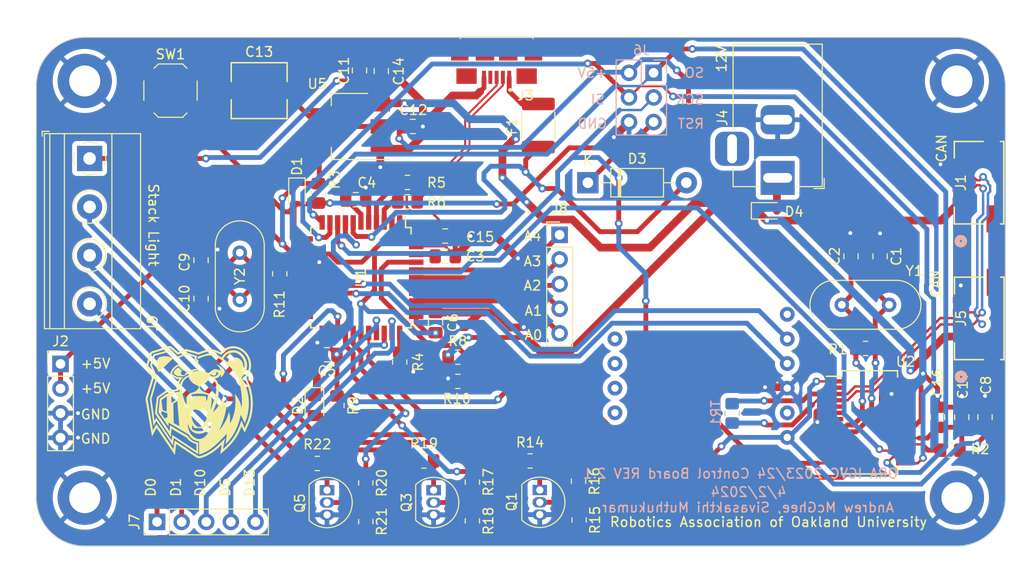
<source format=kicad_pcb>
(kicad_pcb (version 20240108) (generator "pcbnew") (generator_version "8.0")
  (layers (0 "F.Cu" signal) (31 "B.Cu" signal) (34 "B.Paste" user) (35 "F.Paste" user) (36 "B.SilkS" user "B.Silkscreen") (37 "F.SilkS" user "F.Silkscreen") (38 "B.Mask" user) (39 "F.Mask" user) (44 "Edge.Cuts" user))
  (net 0 "")
  (net 2 "Net-(U1-UCAP)")
  (net 3 "Net-(D2-A)")
  (net 4 "RST")
  (net 5 "Net-(Q1-D)")
  (net 6 "IMU_SCL")
  (net 7 "IMU_SDA")
  (net 9 "XTAL1")
  (net 10 "Net-(U1-~{HWB}{slash}PE2)")
  (net 11 "Net-(U1-AREF)")
  (net 14 "Net-(Q1-G)")
  (net 15 "LED_R")
  (net 16 "Net-(Q3-D)")
  (net 20 "Net-(U2-OSC2)")
  (net 21 "Net-(U2-OSC1)")
  (net 22 "Net-(U2-~{RESET})")
  (net 23 "CAN_INT")
  (net 24 "CAN_SCK")
  (net 25 "CAN_SI")
  (net 26 "CAN_SO")
  (net 27 "CAN_CS")
  (net 28 "+5V")
  (net 29 "GND")
  (net 30 "XTAL2")
  (net 32 "D+")
  (net 33 "D-")
  (net 36 "(USB) D-")
  (net 37 "(USB) D+")
  (net 38 "PWRIN")
  (net 39 "Net-(D4-A)")
  (net 40 "Norm_Voltage")
  (net 41 "Net-(Q3-G)")
  (net 43 "Net-(Q5-D)")
  (net 44 "Net-(Q5-G)")
  (net 45 "LED_G")
  (net 46 "LEDPWR_R")
  (net 47 "LED_B")
  (net 48 "LEDPWR_G")
  (net 49 "D0")
  (net 50 "D1")
  (net 51 "D10")
  (net 52 "D5")
  (net 53 "D13")
  (net 54 "A0")
  (net 55 "A1")
  (net 56 "A2")
  (net 57 "A3")
  (net 58 "A4")
  (net 64 "Net-(U2-TXD)")
  (net 65 "Net-(U2-RXD)")
  (net 69 "LEDPWR_B")
  (net 71 "VBUS")
  (net 72 "Net-(J3-VBUS)")
  (net 73 "CAN-")
  (net 74 "CAN+")
  (footprint "Package_QFP:TQFP-44_10x10mm_P0.8mm" (layer "F.Cu") (at 123.5 74.8 -90)
    (property "Reference" "U1")
    (property "Value" "ATmega32U4-A")
  )
  (footprint "Button_Switch_SMD:SW_SPST_TL3342" (layer "F.Cu") (at 103.85 55.5)
    (property "Reference" "SW1")
    (property "Value" "Reset")
  )
  (footprint "Package_TO_SOT_THT:TO-92_Inline" (layer "F.Cu") (at 131 96.73 -90)
    (property "Reference" "Q3")
    (property "Value" "BS170")
  )
  (footprint "Fuse:Fuse_1812_4532Metric_Pad1.30x3.40mm_HandSolder" (layer "F.Cu") (at 141.8 59.1 -90)
    (property "Reference" "F1")
    (property "Value" "MF-MSMF050-2")
  )
  (footprint "Capacitor_SMD:C_0805_2012Metric_Pad1.18x1.45mm_HandSolder" (layer "F.Cu") (at 107 76.9625 -90)
    (property "Reference" "C10")
    (property "Value" "22pF")
  )
  (footprint "Package_SO:SSOP-28_5.3x10.2mm_P0.65mm" (layer "F.Cu") (at 176 89.725)
    (property "Reference" "U2")
    (property "Value" "MCP25625-x-SS")
  )
  (footprint "MountingHole:MountingHole_3.2mm_M3_DIN965_Pad" (layer "F.Cu") (at 185 97.5)
    (property "Reference" "H1" (hide yes))
    (property "Value" "MountingHole_Pad")
  )
  (footprint "Crystal:Crystal_HC49-4H_Vertical" (layer "F.Cu") (at 173.12 77.6)
    (property "Reference" "Y1")
    (property "Value" "8Mhz")
  )
  (footprint "Capacitor_SMD:C_0805_2012Metric_Pad1.18x1.45mm_HandSolder" (layer "F.Cu") (at 177.07 72.6 -90)
    (property "Reference" "C1")
    (property "Value" "22pF")
  )
  (footprint "Capacitor_SMD:C_0805_2012Metric_Pad1.18x1.45mm_HandSolder" (layer "F.Cu") (at 107 73 -90)
    (property "Reference" "C9")
    (property "Value" "22pF")
  )
  (footprint "Resistor_SMD:R_0805_2012Metric_Pad1.20x1.40mm_HandSolder" (layer "F.Cu") (at 145.9525 95.8 -90)
    (property "Reference" "R16")
    (property "Value" "1k")
  )
  (footprint "Resistor_SMD:R_0805_2012Metric_Pad1.20x1.40mm_HandSolder" (layer "F.Cu") (at 115.125 74.4 -90)
    (property "Reference" "R11")
    (property "Value" "1M")
  )
  (footprint "MountingHole:MountingHole_3.2mm_M3_DIN965_Pad" (layer "F.Cu") (at 95 54.5)
    (property "Reference" "H3" (hide yes))
    (property "Value" "MountingHole_Pad")
  )
  (footprint "Package_TO_SOT_THT:TO-92_Inline" (layer "F.Cu") (at 120 96.73 -90)
    (property "Reference" "Q5")
    (property "Value" "BS170")
  )
  (footprint "MountingHole:MountingHole_3.2mm_M3_DIN965_Pad" (layer "F.Cu") (at 95 97.5)
    (property "Reference" "H2" (hide yes))
    (property "Value" "MountingHole_Pad")
  )
  (footprint "Package_TO_SOT_SMD:SOT-223-3_TabPin2" (layer "F.Cu") (at 122.35 59.2 180)
    (property "Reference" "U5")
    (property "Value" "NCP1117-5.0_SOT223")
  )
  (footprint "Capacitor_SMD:C_0805_2012Metric_Pad1.18x1.45mm_HandSolder" (layer "F.Cu") (at 187.9 89.2 90)
    (property "Reference" "C8")
    (property "Value" "100nF")
  )
  (footprint "Resistor_SMD:R_0805_2012Metric_Pad1.20x1.40mm_HandSolder" (layer "F.Cu") (at 121.025 88 -90)
    (property "Reference" "R9")
    (property "Value" "470")
  )
  (footprint "Capacitor_SMD:C_0805_2012Metric_Pad1.18x1.45mm_HandSolder" (layer "F.Cu") (at 122.9625 66.75 180)
    (property "Reference" "C4")
    (property "Value" "1uF")
  )
  (footprint "Resistor_SMD:R_0805_2012Metric_Pad1.20x1.40mm_HandSolder" (layer "F.Cu") (at 133.5 83)
    (property "Reference" "R8")
    (property "Value" "2.2k")
  )
  (footprint "Resistor_SMD:R_0805_2012Metric_Pad1.20x1.40mm_HandSolder" (layer "F.Cu") (at 135 99.9 -90)
    (property "Reference" "R18")
    (property "Value" "10k")
  )
  (footprint "Crystal:Crystal_HC49-4H_Vertical" (layer "F.Cu") (at 111 77.1 90)
    (property "Reference" "Y2")
    (property "Value" "16MHz")
  )
  (footprint "AdditionalParts:AMPHENOL_10118192-0002LF" (layer "F.Cu") (at 137.5 54.125 180)
    (property "Reference" "J3")
    (property "Value" "USB_B_Micro")
  )
  (footprint "Resistor_SMD:R_0805_2012Metric_Pad1.20x1.40mm_HandSolder" (layer "F.Cu") (at 175.57 82.1)
    (property "Reference" "R1")
    (property "Value" "1M")
  )
  (footprint "Resistor_SMD:R_0805_2012Metric_Pad1.20x1.40mm_HandSolder" (layer "F.Cu") (at 119 93.97)
    (property "Reference" "R22")
    (property "Value" "10k")
  )
  (footprint "Capacitor_SMD:C_0805_2012Metric_Pad1.18x1.45mm_HandSolder" (layer "F.Cu") (at 174.07 72.6 90)
    (property "Reference" "C2")
    (property "Value" "22pF")
  )
  (footprint "AdditionalParts:CONN_SM04B-GHS-TB_JST" (layer "F.Cu") (at 187.3 79 90)
    (property "Reference" "J5")
    (property "Value" "SM04B-GHS-TB")
  )
  (footprint "Custom_Parts:IMU_MOUNT" (layer "F.Cu") (at 148.44 97.63 90)
    (property "Reference" "U6" (hide yes))
    (property "Value" "IMU_MOUNT")
  )
  (footprint "Connector_PinHeader_2.54mm:PinHeader_1x04_P2.54mm_Vertical" (layer "F.Cu") (at 92.5 83.7)
    (property "Reference" "J2")
    (property "Value" "Conn_01x04_Pin")
  )
  (footprint "Connector_BarrelJack:BarrelJack_Horizontal" (layer "F.Cu") (at 166.5 64.5 -90)
    (property "Reference" "J4")
    (property "Value" "12V")
  )
  (footprint "Capacitor_SMD:C_0805_2012Metric_Pad1.18x1.45mm_HandSolder" (layer "F.Cu") (at 125.6 53.4875 -90)
    (property "Reference" "C14")
    (property "Value" "100nF")
  )
  (footprint "Resistor_SMD:R_0805_2012Metric_Pad1.20x1.40mm_HandSolder" (layer "F.Cu") (at 146.0075 99.8 -90)
    (property "Reference" "R15")
    (property "Value" "10k")
  )
  (footprint "Resistor_SMD:R_0805_2012Metric_Pad1.20x1.40mm_HandSolder" (layer "F.Cu") (at 135 95.9 -90)
    (property "Reference" "R17")
    (property "Value" "1k")
  )
  (footprint "Package_TO_SOT_THT:TO-92_Inline" (layer "F.Cu") (at 141.9525 96.71 -90)
    (property "Reference" "Q1")
    (property "Value" "BS170")
  )
  (footprint "Resistor_SMD:R_0805_2012Metric_Pad1.20x1.40mm_HandSolder" (layer "F.Cu") (at 128.3 64.975 180)
    (property "Reference" "R5")
    (property "Value" "22")
  )
  (footprint "Resistor_SMD:R_0805_2012Metric_Pad1.20x1.40mm_HandSolder" (layer "F.Cu") (at 130 93.72)
    (property "Reference" "R19")
    (property "Value" "10k")
  )
  (footprint "Diode_SMD:D_SOD-323" (layer "F.Cu") (at 165.4 67.9)
    (property "Reference" "D4")
    (property "Value" "PWRIN")
  )
  (footprint "MountingHole:MountingHole_3.2mm_M3_DIN965_Pad" (layer "F.Cu") (at 185 54.5)
    (property "Reference" "H4" (hide yes))
    (property "Value" "MountingHole_Pad")
  )
  (footprint "Resistor_SMD:R_0805_2012Metric_Pad1.20x1.40mm_HandSolder" (layer "F.Cu") (at 140.9525 93.71)
    (property "Reference" "R14")
    (property "Value" "10k")
  )
  (footprint "Resistor_SMD:R_0805_2012Metric_Pad1.20x1.40mm_HandSolder" (layer "F.Cu") (at 119.1 66.1 90)
    (property "Reference" "R3")
    (property "Value" "10k")
  )
  (footprint "Resistor_SMD:R_0805_2012Metric_Pad1.20x1.40mm_HandSolder" (layer "F.Cu") (at 124 99.97 -90)
    (property "Reference" "R21")
    (property "Value" "10k")
  )
  (footprint "Capacitor_SMD:C_0805_2012Metric_Pad1.18x1.45mm_HandSolder" (layer "F.Cu") (at 119.9875 82.75 180)
    (property "Reference" "C5")
    (property "Value" "100nF")
  )
  (footprint "Capacitor_SMD:C_0805_2012Metric_Pad1.18x1.45mm_HandSolder" (layer "F.Cu") (at 123.35 53.4125 -90)
    (property "Reference" "C11")
    (property "Value" "10nF")
  )
  (footprint "AdditionalParts:CAP_WCAP-ASLI_05p0X05p5_WRE" (layer "F.Cu") (at 113 55.5 180)
    (property "Reference" "C13")
    (property "Value" "22uF")
  )
  (footprint "Capacitor_SMD:C_0805_2012Metric_Pad1.18x1.45mm_HandSolder" (layer "F.Cu") (at 132.2 70.5)
    (property "Reference" "C15")
    (property "Value" "1uF")
  )
  (footprint "Capacitor_SMD:C_0805_2012Metric_Pad1.18x1.45mm_HandSolder" (layer "F.Cu") (at 185.5 89.2 90)
    (property "Reference" "C17")
    (property "Value" "100nF")
  )
  (footprint "Capacitor_SMD:C_0805_2012Metric_Pad1.18x1.45mm_HandSolder" (layer "F.Cu") (at 131.2 79.4375 90)
    (property "Reference" "C6")
    (property "Value" "100nF")
  )
  (footprint "LED_SMD:LED_0805_2012Metric_Pad1.15x1.40mm_HandSolder" (layer "F.Cu") (at 118.7 88 -90)
    (property "Reference" "D2")
    (property "Value" "LED_Small")
  )
  (footprint "Capacitor_SMD:C_0805_2012Metric_Pad1.18x1.45mm_HandSolder" (layer "F.Cu") (at 128.85 59.2 180)
    (property "Reference" "C12")
    (property "Value" "100nF")
  )
  (footprint "Capacitor_SMD:C_0805_2012Metric_Pad1.18x1.45mm_HandSolder" (layer "F.Cu") (at 132.2 72.6 180)
    (property "Reference" "C3")
    (property "Value" "100nF")
  )
  (footprint "Connector_PinHeader_2.54mm:PinHeader_1x05_P2.54mm_Vertical" (layer "F.Cu") (at 144 70.38)
    (property "Reference" "J8")
    (property "Value" "Conn_01x05_Pin")
  )
  (footprint "Resistor_SMD:R_0805_2012Metric_Pad1.20x1.40mm_HandSolder" (layer "F.Cu") (at 184.3 92.6 180)
    (property "Reference" "R2")
    (property "Value" "10k")
  )
  (footprint "AdditionalParts:CONN_SM04B-GHS-TB_JST" (layer "F.Cu") (at 187.275699 65 90)
    (property "Reference" "J1")
    (property "Value" "SM04B-GHS-TB")
  )
  (footprint "Resistor_SMD:R_0805_2012Metric_Pad1.20x1.40mm_HandSolder" (layer "F.Cu") (at 124 95.97 -90)
    (property "Reference" "R20")
    (property "Value" "1k")
  )
  (footprint "AdditionalParts:ORA_Logo_V2" (layer "F.Cu") (at 106.8 87.7)
    (property "Reference" "G***" (hide yes))
    (property "Value" "LOGO" (hide yes))
  )
  (footprint "Capacitor_SMD:C_0805_2012Metric_Pad1.18x1.45mm_HandSolder" (layer "F.Cu") (at 183 89.2 90)
    (property "Reference" "C16")
    (property "Value" "100nF")
  )
  (footprint "Diode_SMD:D_SOD-323" (layer "F.Cu") (at 116.9 66.125 -90)
    (property "Reference" "D1")
    (property "Value" "rst")
  )
  (footprint "Resistor_SMD:R_0805_2012Metric_Pad1.20x1.40mm_HandSolder" (layer "F.Cu") (at 128.3 66.975)
    (property "Reference" "R6")
    (property "Value" "22")
  )
  (footprint "Diode_THT:D_DO-41_SOD81_P10.16mm_Horizontal" (layer "F.Cu") (at 146.92 65)
    (property "Reference" "D3")
    (property "Value" "1N5819")
  )
  (footprint "TerminalBlock_Phoenix:TerminalBlock_Phoenix_MKDS-1,5-4_1x04_P5.00mm_Horizontal" (layer "F.Cu") (at 95.5 62.5 -90)
    (property "Reference" "J9")
    (property "Value" "Stack Light")
  )
  (footprint "Resistor_SMD:R_0805_2012Metric_Pad1.20x1.40mm_HandSolder" (layer "F.Cu") (at 127.5 83.5 -90)
    (property "Reference" "R4")
    (property "Value" "10k")
  )
  (footprint "Resistor_SMD:R_0805_2012Metric_Pad1.20x1.40mm_HandSolder" (layer "F.Cu") (at 133.5 85.5)
    (property "Reference" "R10")
    (property "Value" "1.57k")
  )
  (footprint "Connector_PinHeader_2.54mm:PinHeader_1x05_P2.54mm_Vertical" (layer "F.Cu") (at 102.46 100 90)
    (property "Reference" "J7")
    (property "Value" "Conn_01x05_Pin")
  )
  (footprint "Resistor_SMD:R_0805_2012Metric_Pad1.20x1.40mm_HandSolder" (layer "B.Cu") (at 161.8 88.8 -90)
    (property "Reference" "TR1")
    (property "Value" "120")
  )
  (footprint "Connector_PinHeader_2.54mm:PinHeader_2x03_P2.54mm_Vertical" (layer "B.Cu") (at 153.7 53.66 180)
    (property "Reference" "J6")
    (property "Value" "Conn_02x03_Top_Bottom")
  )
  (gr_arc (start 90 55) (mid 91.464466 51.464466) (end 95 50) (stroke (width 0.1)) (layer "Edge.Cuts"))
  (gr_arc (start 95 102.5) (mid 91.464466 101.035534) (end 90 97.5) (stroke (width 0.1)) (layer "Edge.Cuts"))
  (gr_line (start 190 97.5) (end 190 55) (stroke (width 0.1)) (layer "Edge.Cuts"))
  (gr_line (start 185 50) (end 95 50) (stroke (width 0.1)) (layer "Edge.Cuts"))
  (gr_line (start 90 55) (end 90 97.5) (stroke (width 0.1)) (layer "Edge.Cuts"))
  (gr_arc (start 190 97.5) (mid 188.535534 101.035534) (end 185 102.5) (stroke (width 0.1)) (layer "Edge.Cuts"))
  (gr_arc (start 185 50) (mid 188.535534 51.464466) (end 190 55) (stroke (width 0.1)) (layer "Edge.Cuts"))
  (gr_line (start 95 102.5) (end 185 102.5) (stroke (width 0.1)) (layer "Edge.Cuts"))
  (gr_text "ORA IGVC 2023/24 Control Board REV 2.1" (at 179 95.6 0) (layer "B.SilkS") (effects (font (size 1 1)) (justify left bottom mirror)))
  (gr_text "SO" (at 159 54.25 -0) (layer "B.SilkS") (effects (font (size 1 1)) (justify left bottom mirror)))
  (gr_text "GND" (at 149 59.5 -0) (layer "B.SilkS") (effects (font (size 1 1)) (justify left bottom mirror)))
  (gr_text "RST" (at 159 59.5 -0) (layer "B.SilkS") (effects (font (size 1 1)) (justify left bottom mirror)))
  (gr_text "Andrew McGhee, Sivasakthi Muthukumar\n" (at 178.6 99.1 0) (layer "B.SilkS") (effects (font (size 1 1)) (justify left bottom mirror)))
  (gr_text "+5V" (at 149 54.25 -0) (layer "B.SilkS") (effects (font (size 1 1)) (justify left bottom mirror)))
  (gr_text "SCK" (at 159 57 -0) (layer "B.SilkS") (effects (font (size 1 1)) (justify left bottom mirror)))
  (gr_text "4/2/2024\n" (at 167.5 97.5 0) (layer "B.SilkS") (effects (font (size 1 1)) (justify left bottom mirror)))
  (gr_text "SI\n" (at 148.75 57 -0) (layer "B.SilkS") (effects (font (size 1 1)) (justify left bottom mirror)))
  (gr_text "GND" (at 94.5 89.5 0) (layer "F.SilkS") (effects (font (size 1 1)) (justify left bottom)))
  (gr_text "D10" (at 107.5 97.5 90) (layer "F.SilkS") (effects (font (size 1 1)) (justify left bottom)))
  (gr_text "A4" (at 140.2 71.1 0) (layer "F.SilkS") (effects (font (size 1 1)) (justify left bottom)))
  (gr_text "Robotics Association of Oakland University" (at 149.1 100.6 0) (layer "F.SilkS") (effects (font (size 1 1)) (justify left bottom)))
  (gr_text "A1" (at 140.3 78.8 0) (layer "F.SilkS") (effects (font (size 1 1)) (justify left bottom)))
  (gr_text "A2" (at 140.2 76.2 0) (layer "F.SilkS") (effects (font (size 1 1)) (justify left bottom)))
  (gr_text "A0" (at 140.3 81.3 0) (layer "F.SilkS") (effects (font (size 1 1)) (justify left bottom)))
  (gr_text "+5V" (at 94.5 84.25 0) (layer "F.SilkS") (effects (font (size 1 1)) (justify left bottom)))
  (gr_text "D1" (at 105 97.5 90) (layer "F.SilkS") (effects (font (size 1 1)) (justify left bottom)))
  (gr_text "D13" (at 112.6 97.5 90) (layer "F.SilkS") (effects (font (size 1 1)) (justify left bottom)))
  (gr_text "D0" (at 102.4 97.5 90) (layer "F.SilkS") (effects (font (size 1 1)) (justify left bottom)))
  (gr_text "Stack Light" (at 101.5 64.999998 -90) (layer "F.SilkS") (effects (font (size 1 1)) (justify left bottom)))
  (gr_text "D5" (at 110.1 97.5 90) (layer "F.SilkS") (effects (font (size 1 1)) (justify left bottom)))
  (gr_text "A3" (at 140.2 73.7 0) (layer "F.SilkS") (effects (font (size 1 1)) (justify left bottom)))
  (gr_text "GND" (at 94.5 92 0) (layer "F.SilkS") (effects (font (size 1 1)) (justify left bottom)))
  (gr_text "+5V" (at 94.5 86.8 0) (layer "F.SilkS") (effects (font (size 1 1)) (justify left bottom)))
  (gr_text "12V" (at 161.3 53.7 90) (layer "F.SilkS") (effects (font (size 1 1)) (justify left bottom)))
  (gr_text "CAN" (at 183.4 77 90) (layer "F.SilkS") (effects (font (size 1 1)) (justify left bottom)))
  (gr_text "CAN" (at 184 63 90) (layer "F.SilkS") (effects (font (size 1 1)) (justify left bottom)))
  (segment (start 123.5 69.1) (end 123.5 68.238604) (width 0.5) (layer "F.Cu") (net 2))
  (segment (start 122.011396 66.75) (end 121.925 66.75) (width 0.5) (layer "F.Cu") (net 2))
  (segment (start 123.5 68.238604) (end 122.011396 66.75) (width 0.5) (layer "F.Cu") (net 2))
  (segment (start 121 89.025) (end 121.025 89) (width 0.5) (layer "F.Cu") (net 3))
  (segment (start 118.7 89.025) (end 121 89.025) (width 0.5) (layer "F.Cu") (net 3))
  (segment (start 116.6 68) (end 116.6 71.261396) (width 0.5) (layer "F.Cu") (net 4))
  (segment (start 119.025 67.175) (end 119.1 67.1) (width 0.5) (layer "F.Cu") (net 4))
  (segment (start 116.938604 71.6) (end 117.8 71.6) (width 0.5) (layer "F.Cu") (net 4))
  (segment (start 151.04 61.4) (end 153.7 58.74) (width 0.5) (layer "F.Cu") (net 4))
  (segment (start 107 57.4) (end 107 59.402082) (width 0.5) (layer "F.Cu") (net 4))
  (segment (start 140.247919 66.149999) (end 140.250001 66.149999) (width 0.5) (layer "F.Cu") (net 4))
  (segment (start 139.749999 66.647919) (end 140.247919 66.149999) (width 0.5) (layer "F.Cu") (net 4))
  (segment (start 116.25 67.8) (end 116.9 67.15) (width 0.5) (layer "F.Cu") (net 4))
  (segment (start 116.9 67.175) (end 119.025 67.175) (width 0.5) (layer "F.Cu") (net 4))
  (segment (start 139.2 67.2) (end 139.749999 66.650001) (width 0.5) (layer "F.Cu") (net 4))
  (segment (start 115.597918 68) (end 116.6 68) (width 0.5) (layer "F.Cu") (net 4))
  (segment (start 107 59.402082) (end 115.597918 68) (width 0.5) (layer "F.Cu") (net 4))
  (segment (start 116.9 67.15) (end 116.6 67.45) (width 0.5) (layer "F.Cu") (net 4))
  (segment (start 140.250001 66.149999) (end 145 61.4) (width 0.5) (layer "F.Cu") (net 4))
  (segment (start 119.1 67.1) (end 120.3 67.1) (width 0.5) (layer "F.Cu") (net 4))
  (segment (start 139.749999 66.650001) (end 139.749999 66.647919) (width 0.5) (layer "F.Cu") (net 4))
  (segment (start 116.6 67.45) (end 116.6 68) (width 0.5) (layer "F.Cu") (net 4))
  (segment (start 145 61.4) (end 151.04 61.4) (width 0.5) (layer "F.Cu") (net 4))
  (segment (start 100.7 57.4) (end 107 57.4) (width 0.5) (layer "F.Cu") (net 4))
  (segment (start 116.6 71.261396) (end 116.938604 71.6) (width 0.5) (layer "F.Cu") (net 4))
  (segment (start 137.5 67.2) (end 139.2 67.2) (width 0.5) (layer "F.Cu") (net 4))
  (via (at 137.5 67.2) (size 0.8) (drill 0.4) (layers "F.Cu" "B.Cu") (net 4))
  (via (at 120.3 67.1) (size 0.8) (drill 0.4) (layers "F.Cu" "B.Cu") (net 4))
  (segment (start 137.5 67.2) (end 137.4 67.1) (width 0.5) (layer "B.Cu") (net 4))
  (segment (start 137.4 67.1) (end 120.3 67.1) (width 0.5) (layer "B.Cu") (net 4))
  (segment (start 141.9525 93.71) (end 141.9525 96.71) (width 0.5) (layer "F.Cu") (net 5))
  (segment (start 123.8 75.449997) (end 123.649997 75.6) (width 0.5) (layer "F.Cu") (net 6))
  (segment (start 123.649997 75.6) (end 117.8 75.6) (width 0.5) (layer "F.Cu") (net 6))
  (via (at 123.8 75.449997) (size 0.8) (drill 0.4) (layers "F.Cu" "B.Cu") (net 6))
  (segment (start 136.897918 77.7) (end 141.397918 82.2) (width 0.5) (layer "B.Cu") (net 6))
  (segment (start 141.397918 82.2) (end 145.71005 82.2) (width 0.5) (layer "B.Cu") (net 6))
  (segment (start 145.71005 82.2) (end 149.71005 78.2) (width 0.5) (layer "B.Cu") (net 6))
  (segment (start 126.449997 75.449997) (end 128.7 77.7) (width 0.5) (layer "B.Cu") (net 6))
  (segment (start 128.7 77.7) (end 136.897918 77.7) (width 0.5) (layer "B.Cu") (net 6))
  (segment (start 123.8 75.449997) (end 126.449997 75.449997) (width 0.5) (layer "B.Cu") (net 6))
  (segment (start 149.71005 78.2) (end 164.57 78.2) (width 0.5) (layer "B.Cu") (net 6))
  (segment (start 164.57 78.2) (end 167.49 81.12) (width 0.5) (layer "B.Cu") (net 6))
  (segment (start 122.9505 76.4) (end 117.8 76.4) (width 0.5) (layer "F.Cu") (net 7))
  (segment (start 123 76.4495) (end 122.9505 76.4) (width 0.5) (layer "F.Cu") (net 7))
  (via (at 123 76.4495) (size 0.8) (drill 0.4) (layers "F.Cu" "B.Cu") (net 7))
  (segment (start 149.4 79.5) (end 163.33 79.5) (width 0.5) (layer "B.Cu") (net 7))
  (segment (start 146 82.9) (end 149.4 79.5) (width 0.5) (layer "B.Cu") (net 7))
  (segment (start 136.5 78.4) (end 141 82.9) (width 0.5) (layer "B.Cu") (net 7))
  (segment (start 123 76.4495) (end 126.3495 76.4495) (width 0.5) (layer "B.Cu") (net 7))
  (segment (start 126.3495 76.4495) (end 128.3 78.4) (width 0.5) (layer "B.Cu") (net 7))
  (segment (start 163.33 79.5) (end 167.49 83.66) (width 0.5) (layer "B.Cu") (net 7))
  (segment (start 141 82.9) (end 146 82.9) (width 0.5) (layer "B.Cu") (net 7))
  (segment (start 128.3 78.4) (end 136.5 78.4) (width 0.5) (layer "B.Cu") (net 7))
  (segment (start 112.7 75.4) (end 111 77.1) (width 0.5) (layer "F.Cu") (net 9))
  (segment (start 115.125 75.4) (end 112.7 75.4) (width 0.5) (layer "F.Cu") (net 9))
  (segment (start 115.725 74.8) (end 117.8 74.8) (width 0.5) (layer "F.Cu") (net 9))
  (segment (start 115.125 75.4) (end 115.725 74.8) (width 0.5) (layer "F.Cu") (net 9))
  (segment (start 109.775 75.875) (end 111 77.1) (width 0.5) (layer "F.Cu") (net 9))
  (segment (start 107.275 75.875) (end 109.775 75.875) (width 0.5) (layer "F.Cu") (net 9))
  (segment (start 127.5 82.5) (end 127.5 80.5) (width 0.5) (layer "F.Cu") (net 10))
  (segment (start 131.0625 72.4) (end 129.2 72.4) (width 0.5) (layer "F.Cu") (net 11))
  (segment (start 131.1625 72.5) (end 131.0625 72.4) (width 0.5) (layer "F.Cu") (net 11))
  (segment (start 145.1875 97.98) (end 146.0075 98.8) (width 0.5) (layer "F.Cu") (net 14))
  (segment (start 141.9525 97.98) (end 145.1875 97.98) (width 0.5) (layer "F.Cu") (net 14))
  (segment (start 146.0075 98.8) (end 146.0075 96.855) (width 0.5) (layer "F.Cu") (net 14))
  (segment (start 146.0075 96.855) (end 145.9525 96.8) (width 0.5) (layer "F.Cu") (net 14))
  (segment (start 138.0425 91.8) (end 139.9525 93.71) (width 0.5) (layer "F.Cu") (net 15))
  (segment (start 111.5 85.2) (end 111.5 85.3) (width 0.5) (layer "F.Cu") (net 15))
  (segment (start 118 91.8) (end 138.0425 91.8) (width 0.5) (layer "F.Cu") (net 15))
  (segment (start 111.5 85.3) (end 118 91.8) (width 0.5) (layer "F.Cu") (net 15))
  (via (at 111.5 85.2) (size 0.8) (drill 0.4) (layers "F.Cu" "B.Cu") (net 15))
  (segment (start 95.5 69.202082) (end 95.5 67.5) (width 0.5) (layer "B.Cu") (net 15))
  (segment (start 111.497918 85.2) (end 95.5 69.202082) (width 0.5) (layer "B.Cu") (net 15))
  (segment (start 111.5 85.2) (end 111.497918 85.2) (width 0.5) (layer "B.Cu") (net 15))
  (segment (start 131 93.72) (end 131 96.73) (width 0.5) (layer "F.Cu") (net 16))
  (segment (start 174.57 82.1) (end 174.57 79.05) (width 0.5) (layer "F.Cu") (net 20))
  (segment (start 174.57 82.1) (end 174.57 83.57) (width 0.5) (layer "F.Cu") (net 20))
  (segment (start 173.7 90) (end 173.65 90.05) (width 0.5) (layer "F.Cu") (net 20))
  (segment (start 175.240632 89.059368) (end 174.3 90) (width 0.5) (layer "F.Cu") (net 20))
  (segment (start 175.240632 87.532167) (end 175.240632 89.059368) (width 0.5) (layer "F.Cu") (net 20))
  (segment (start 174.57 83.57) (end 174.6 83.6) (width 0.5) (layer "F.Cu") (net 20))
  (segment (start 174.57 79.05) (end 173.12 77.6) (width 0.5) (layer "F.Cu") (net 20))
  (segment (start 174.07 76.65) (end 173.12 77.6) (width 0.5) (layer "F.Cu") (net 20))
  (segment (start 174.07 73.6375) (end 174.07 76.65) (width 0.5) (layer "F.Cu") (net 20))
  (segment (start 172.4 90.05) (end 173.65 90.05) (width 0.25) (layer "F.Cu") (net 20))
  (segment (start 174.3 90) (end 173.7 90) (width 0.5) (layer "F.Cu") (net 20))
  (via (at 175.240632 87.532167) (size 0.8) (drill 0.4) (layers "F.Cu" "B.Cu") (net 20))
  (via (at 174.6 83.6) (size 0.8) (drill 0.4) (layers "F.Cu" "B.Cu") (net 20))
  (segment (start 175.25 84.25) (end 174.6 83.6) (width 0.5) (layer "B.Cu") (net 20))
  (segment (start 175.240632 87.532167) (end 175.25 87.522799) (width 0.5) (layer "B.Cu") (net 20))
  (segment (start 175.25 87.522799) (end 175.25 84.25) (width 0.5) (layer "B.Cu") (net 20))
  (segment (start 176.57 83.57) (end 176.6 83.6) (width 0.5) (layer "F.Cu") (net 21))
  (segment (start 176.57 82.1) (end 176.57 79.03) (width 0.5) (layer "F.Cu") (net 21))
  (segment (start 172.4 90.7) (end 174 90.7) (width 0.25) (layer "F.Cu") (net 21))
  (segment (start 176.2 89.1) (end 174.6 90.7) (width 0.5) (layer "F.Cu") (net 21))
  (segment (start 176.57 82.1) (end 176.57 83.3) (width 0.5) (layer "F.Cu") (net 21))
  (segment (start 176.2 87.25) (end 176.2 89.1) (width 0.5) (layer "F.Cu") (net 21))
  (segment (start 174.6 90.7) (end 174 90.7) (width 0.5) (layer "F.Cu") (net 21))
  (segment (start 176.57 79.03) (end 178 77.6) (width 0.5) (layer "F.Cu") (net 21))
  (segment (start 177.07 76.67) (end 178 77.6) (width 0.5) (layer "F.Cu") (net 21))
  (segment (start 177.07 73.6375) (end 177.07 76.67) (width 0.5) (layer "F.Cu") (net 21))
  (via (at 176.6 83.6) (size 0.8) (drill 0.4) (layers "F.Cu" "B.Cu") (net 21))
  (via (at 176.2 87.25) (size 0.8) (drill 0.4) (layers "F.Cu" "B.Cu") (net 21))
  (segment (start 176.6 85.1) (end 176.6 83.6) (width 0.5) (layer "B.Cu") (net 21))
  (segment (start 176.2 85.5) (end 176.6 85.1) (width 0.5) (layer "B.Cu") (net 21))
  (segment (start 176.2 87.25) (end 176.2 85.5) (width 0.5) (layer "B.Cu") (net 21))
  (segment (start 181.5 92.1) (end 182 92.6) (width 0.5) (layer "F.Cu") (net 22))
  (segment (start 182 92.6) (end 183.3 92.6) (width 0.5) (layer "F.Cu") (net 22))
  (segment (start 179.6 92) (end 181.4 92) (width 0.25) (layer "F.Cu") (net 22))
  (segment (start 181.4 92) (end 181.5 92.1) (width 0.25) (layer "F.Cu") (net 22))
  (segment (start 145.8 90.1) (end 131.1 90.1) (width 0.5) (layer "F.Cu") (net 23))
  (segment (start 124.3 83.3) (end 124.3 82.9201) (width 0.5) (layer "F.Cu") (net 23))
  (segment (start 174.1 93.65) (end 174.1 94.5) (width 0.5) (layer "F.Cu") (net 23))
  (segment (start 173.2 95.4) (end 151.1 95.4) (width 0.5) (layer "F.Cu") (net 23))
  (segment (start 174.1 94.5) (end 173.2 95.4) (width 0.5) (layer "F.Cu") (net 23))
  (segment (start 131.1 90.1) (end 124.3 83.3) (width 0.5) (layer "F.Cu") (net 23))
  (segment (start 173.75 93.3) (end 174.1 93.65) (width 0.5) (layer "F.Cu") (net 23))
  (segment (start 151.1 95.4) (end 145.8 90.1) (width 0.5) (layer "F.Cu") (net 23))
  (segment (start 124.3 82.9201) (end 124.3 80.5) (width 0.25) (layer "F.Cu") (net 23))
  (segment (start 172.4 93.3) (end 173.75 93.3) (width 0.25) (layer "F.Cu") (net 23))
  (segment (start 164.55 93.95) (end 152.9 82.3) (width 0.5) (layer "F.Cu") (net 24))
  (segment (start 121.1 71.1) (end 121.1 69.1) (width 0.5) (layer "F.Cu") (net 24))
  (segment (start 150.1 69.2) (end 150.1 64.5) (width 0.5) (layer "F.Cu") (net 24))
  (segment (start 152.9 82.3) (end 152.9 77.2) (width 0.5) (layer "F.Cu") (net 24))
  (segment (start 121.5 71.5) (end 121.1 71.1) (width 0.5) (layer "F.Cu") (net 24))
  (segment (start 172.4 93.95) (end 170.7 93.95) (width 0.25) (layer "F.Cu") (net 24))
  (segment (start 170.7 93.95) (end 164.55 93.95) (width 0.5) (layer "F.Cu") (net 24))
  (via (at 150.1 69.2) (size 0.8) (drill 0.4) (layers "F.Cu" "B.Cu") (net 24))
  (via (at 121.5 71.5) (size 0.8) (drill 0.4) (layers "F.Cu" "B.Cu") (net 24))
  (via (at 150.1 64.5) (size 0.8) (drill 0.4) (layers "F.Cu" "B.Cu") (net 24))
  (via (at 152.9 77.2) (size 0.8) (drill 0.4) (layers "F.Cu" "B.Cu") (net 24))
  (segment (start 122.3 72.3) (end 137.25 72.3) (width 0.5) (layer "B.Cu") (net 24))
  (segment (start 150.1 71.6) (end 152.9 74.4) (width 0.5) (layer "B.Cu") (net 24))
  (segment (start 152.4 57.5) (end 153.7 56.2) (width 0.25) (layer "B.Cu") (net 24))
  (segment (start 121.5 71.5) (end 122.3 72.3) (width 0.5) (layer "B.Cu") (net 24))
  (segment (start 150.18317 57.5) (end 152.4 57.5) (width 0.25) (layer "B.Cu") (net 24))
  (segment (start 148 62.4) (end 145.28317 62.4) (width 0.5) (layer "B.Cu") (net 24))
  (segment (start 152.9 74.4) (end 152.9 77.2) (width 0.5) (layer "B.Cu") (net 24))
  (segment (start 145.28317 62.4) (end 145.241585 62.441585) (width 0.5) (layer "B.Cu") (net 24))
  (segment (start 143.8 65.75) (end 143.8 63.88317) (width 0.5) (layer "B.Cu") (net 24))
  (segment (start 143.8 63.88317) (end 145.241585 62.441585) (width 0.5) (layer "B.Cu") (net 24))
  (segment (start 137.25 72.3) (end 143.8 65.75) (width 0.5) (layer "B.Cu") (net 24))
  (segment (start 150.1 64.5) (end 148 62.4) (width 0.5) (layer "B.Cu") (net 24))
  (segment (start 145.241585 62.441585) (end 150.18317 57.5) (width 0.5) (layer "B.Cu") (net 24))
  (segment (start 150.1 69.2) (end 150.1 71.6) (width 0.5) (layer "B.Cu") (net 24))
  (segment (start 120.3 70.225) (end 120.3 69.1) (width 0.5) (layer "F.Cu") (net 25))
  (segment (start 152.335 55.025) (end 154.625 55.025) (width 0.25) (layer "F.Cu") (net 25))
  (segment (start 119.150002 70.65) (end 119.150002 70.66158) (width 0.5) (layer "F.Cu") (net 25))
  (segment (start 146.9 52.7) (end 147.66 52.7) (width 0.5) (layer "F.Cu") (net 25))
  (segment (start 180.95 93.95) (end 179.6 93.95) (width 0.25) (layer "F.Cu") (net 25))
  (segment (start 119.150002 70.65) (end 119.875 70.65) (width 0.5) (layer "F.Cu") (net 25))
  (segment (start 147.66 52.7) (end 151.16 56.2) (width 0.5) (layer "F.Cu") (net 25))
  (segment (start 119.875 70.65) (end 120.3 70.225) (width 0.5) (layer "F.Cu") (net 25))
  (segment (start 181.5 93.4) (end 180.95 93.95) (width 0.25) (layer "F.Cu") (net 25))
  (segment (start 151.16 56.2) (end 152.335 55.025) (width 0.25) (layer "F.Cu") (net 25))
  (segment (start 154.625 55.025) (end 155.7 56.1) (width 0.25) (layer "F.Cu") (net 25))
  (via (at 155.7 56.1) (size 0.8) (drill 0.4) (layers "F.Cu" "B.Cu") (net 25))
  (via (at 119.150002 70.65) (size 0.8) (drill 0.4) (layers "F.Cu" "B.Cu") (net 25))
  (via (at 181.5 93.4) (size 0.8) (drill 0.4) (layers "F.Cu" "B.Cu") (net 25))
  (via (at 146.9 52.7) (size 0.8) (drill 0.4) (layers "F.Cu" "B.Cu") (net 25))
  (segment (start 146.85 52.75) (end 146.9 52.7) (width 0.5) (layer "B.Cu") (net 25))
  (segment (start 181.9 69.8) (end 168.24 56.14) (width 0.5) (layer "B.Cu") (net 25))
  (segment (start 181.5 86.8) (end 182.6 85.7) (width 0.5) (layer "B.Cu") (net 25))
  (segment (start 130.847918 52.75) (end 146.85 52.75) (width 0.5) (layer "B.Cu") (net 25))
  (segment (start 155.7 56.1) (end 155.7 56.14) (width 0.5) (layer "B.Cu") (net 25))
  (segment (start 117.5 68.999998) (end 117.5 66.097918) (width 0.5) (layer "B.Cu") (net 25))
  (segment (start 182.6 85.7) (end 182.6 77.002082) (width 0.5) (layer "B.Cu") (net 25))
  (segment (start 181.5 93.4) (end 181.5 86.8) (width 0.5) (layer "B.Cu") (net 25))
  (segment (start 117.5 66.097918) (end 130.847918 52.75) (width 0.5) (layer "B.Cu") (net 25))
  (segment (start 182.6 77.002082) (end 181.85 76.252082) (width 0.5) (layer "B.Cu") (net 25))
  (segment (start 119.150002 70.65) (end 117.5 68.999998) (width 0.5) (layer "B.Cu") (net 25))
  (segment (start 181.9 75.497918) (end 181.9 69.8) (width 0.5) (layer "B.Cu") (net 25))
  (segment (start 181.85 76.252082) (end 181.85 75.547918) (width 0.5) (layer "B.Cu") (net 25))
  (segment (start 181.85 75.547918) (end 181.9 75.497918) (width 0.5) (layer "B.Cu") (net 25))
  (segment (start 168.24 56.14) (end 155.7 56.1) (width 0.5) (layer "B.Cu") (net 25))
  (segment (start 118.587388 68.298797) (end 118.698797 68.298797) (width 0.5) (layer "F.Cu") (net 26))
  (segment (start 153.7 53.66) (end 156.16 51.2) (width 0.5) (layer "F.Cu") (net 26))
  (segment (start 177.8 93.9) (end 178.4 93.3) (width 0.25) (layer "F.Cu") (net 26))
  (segment (start 118.698797 68.298797) (end 119.5 69.1) (width 0.5) (layer "F.Cu") (net 26))
  (segment (start 178.4 93.3) (end 179.6 93.3) (width 0.25) (layer "F.Cu") (net 26))
  (segment (start 156.16 51.2) (end 157.7 51.2) (width 0.5) (layer "F.Cu") (net 26))
  (via (at 177.8 93.9) (size 0.8) (drill 0.4) (layers "F.Cu" "B.Cu") (net 26))
  (via (at 157.7 51.2) (size 0.8) (drill 0.4) (layers "F.Cu" "B.Cu") (net 26))
  (via (at 118.587388 68.298797) (size 0.8) (drill 0.4) (layers "F.Cu" "B.Cu") (net 26))
  (segment (start 149.6 55.16) (end 149.6 55.1) (width 0.5) (layer "B.Cu") (net 26))
  (segment (start 169.1 51.2) (end 183.85 65.95) (width 0.5) (layer "B.Cu") (net 26))
  (segment (start 118.587388 68.298797) (end 118.2 67.911409) (width 0.5) (layer "B.Cu") (net 26))
  (segment (start 183.85 65.95) (end 183.85 92.252082) (width 0.5) (layer "B.Cu") (net 26))
  (segment (start 157.7 51.2) (end 169.1 51.2) (width 0.5) (layer "B.Cu") (net 26))
  (segment (start 183.85 92.252082) (end 181.202082 94.9) (width 0.5) (layer "B.Cu") (net 26))
  (segment (start 149.6 55.1) (end 148.7 56) (width 0.5) (layer "B.Cu") (net 26))
  (segment (start 142.71 62.05) (end 149.6 55.16) (width 0.5) (layer "B.Cu") (net 26))
  (segment (start 122.95 62.05) (end 142.71 62.05) (width 0.5) (layer "B.Cu") (net 26))
  (segment (start 153.7 53.66) (end 152.335 55.025) (width 0.25) (layer "B.Cu") (net 26))
  (segment (start 181.202082 94.9) (end 178.8 94.9) (width 0.5) (layer "B.Cu") (net 26))
  (segment (start 118.2 66.8) (end 122.95 62.05) (width 0.5) (layer "B.Cu") (net 26))
  (segment (start 149.675 55.025) (end 148.7 56) (width 0.25) (layer "B.Cu") (net 26))
  (segment (start 178.8 94.9) (end 177.8 93.9) (width 0.5) (layer "B.Cu") (net 26))
  (segment (start 152.335 55.025) (end 149.675 55.025) (width 0.25) (layer "B.Cu") (net 26))
  (segment (start 118.2 67.911409) (end 118.2 66.8) (width 0.5) (layer "B.Cu") (net 26))
  (segment (start 121.9 70.38995) (end 122.9 71.38995) (width 0.5) (layer "F.Cu") (net 27))
  (segment (start 177.15 92.65) (end 177 92.5) (width 0.25) (layer "F.Cu") (net 27))
  (segment (start 179.6 92.65) (end 177.15 92.65) (width 0.25) (layer "F.Cu") (net 27))
  (segment (start 122.9 71.38995) (end 123 71.4) (width 0.5) (layer "F.Cu") (net 27))
  (segment (start 121.9 69.1) (end 121.9 70.38995) (width 0.5) (layer "F.Cu") (net 27))
  (segment (start 123 71.4) (end 122.9 71.4) (width 0.5) (layer "F.Cu") (net 27))
  (via (at 177 92.5) (size 0.8) (drill 0.4) (layers "F.Cu" "B.Cu") (net 27))
  (via (at 123 71.4) (size 0.8) (drill 0.4) (layers "F.Cu" "B.Cu") (net 27))
  (segment (start 121.297918 70.5) (end 120.65 71.147918) (width 0.5) (layer "B.Cu") (net 27))
  (segment (start 173.35 82.725973) (end 173.35 88.85) (width 0.5) (layer "B.Cu") (net 27))
  (segment (start 123 71.4) (end 122.1 70.5) (width 0.5) (layer "B.Cu") (net 27))
  (segment (start 158.224027 67.6) (end 173.35 82.725973) (width 0.5) (layer "B.Cu") (net 27))
  (segment (start 173.35 88.85) (end 177 92.5) (width 0.5) (layer "B.Cu") (net 27))
  (segment (start 143.2 67.6) (end 158.224027 67.6) (width 0.5) (layer "B.Cu") (net 27))
  (segment (start 120.65 71.147918) (end 120.65 72.147918) (width 0.5) (layer "B.Cu") (net 27))
  (segment (start 133.78 74.22) (end 135 73) (width 0.5) (layer "B.Cu") (net 27))
  (segment (start 122.1 70.5) (end 121.297918 70.5) (width 0.5) (layer "B.Cu") (net 27))
  (segment (start 120.65 72.147918) (end 122.722082 74.22) (width 0.5) (layer "B.Cu") (net 27))
  (segment (start 122.722082 74.22) (end 133.78 74.22) (width 0.5) (layer "B.Cu") (net 27))
  (segment (start 135 73) (end 137.8 73) (width 0.5) (layer "B.Cu") (net 27))
  (segment (start 137.8 73) (end 143.2 67.6) (width 0.5) (layer "B.Cu") (net 27))
  (segment (start 185.5 90.2375) (end 183.05 90.2375) (width 0.5) (layer "F.Cu") (net 28))
  (segment (start 185.5 90.2375) (end 187.9 90.2375) (width 0.5) (layer "F.Cu") (net 28))
  (segment (start 121 82.7) (end 121 82.725) (width 0.5) (layer "F.Cu") (net 28))
  (segment (start 123.5 77.5) (end 124.9 76.1) (width 0.5) (layer "F.Cu") (net 28))
  (segment (start 129.2 78.8) (end 129.2 79.4) (width 0.5) (layer "F.Cu") (net 28))
  (segment (start 126 70.8) (end 129.2 70.8) (width 0.5) (layer "F.Cu") (net 28))
  (segment (start 149.52 62.4) (end 146.92 65) (width 0.5) (layer "F.Cu") (net 28))
  (segment (start 126 70.8) (end 126.7 70.1) (width 0.5) (layer "F.Cu") (net 28))
  (segment (start 122.4 87) (end 121.025 87) (width 0.5) (layer "F.Cu") (net 28))
  (segment (start 126.7 70.1) (end 126.7 69.1) (width 0.5) (layer "F.Cu") (net 28))
  (segment (start 157.3 54.6) (end 157.3 60.902082) (width 0.5) (layer "F.Cu") (net 28))
  (segment (start 160.7 92.2) (end 160 92.9) (width 0.5) (layer "F.Cu") (net 28))
  (segment (start 92.5 83.7) (end 92.5 86.24) (width 0.5) (layer "F.Cu") (net 28))
  (segment (start 151.9 92.9) (end 145 86) (width 0.5) (layer "F.Cu") (net 28))
  (segment (start 106.55 69.65) (end 113.75 69.65) (width 0.5) (layer "F.Cu") (net 28))
  (segment (start 121.1 73.2) (end 123.6 73.2) (width 0.5) (layer "F.Cu") (net 28))
  (segment (start 113.75 69.65) (end 115.4 71.3) (width 0.5) (layer "F.Cu") (net 28))
  (segment (start 119.075 65.075) (end 119.1 65.1) (width 0.5) (layer "F.Cu") (net 28))
  (segment (start 130.275 80.475) (end 131.2 80.475) (width 0.5) (layer "F.Cu") (net 28))
  (segment (start 92.5 83.7) (end 106.55 69.65) (width 0.5) (layer "F.Cu") (net 28))
  (segment (start 187.9 91.1) (end 187.9 90.2375) (width 0.5) (layer "F.Cu") (net 28))
  (segment (start 177.699695 86.075) (end 179.525 86.075) (width 0.25) (layer "F.Cu") (net 28))
  (segment (start 125.5 59.2) (end 127.8125 59.2) (width 0.5) (layer "F.Cu") (net 28))
  (segment (start 119.2 59.2) (end 119.2 65) (width 0.5) (layer "F.Cu") (net 28))
  (segment (start 156.1 53.4) (end 157.3 54.6) (width 0.5) (layer "F.Cu") (net 28))
  (segment (start 177.95 91.35) (end 177.2 90.6) (width 0.5) (layer "F.Cu") (net 28))
  (segment (start 129.2 70.8) (end 130.8625 70.8) (width 0.5) (layer "F.Cu") (net 28))
  (segment (start 121 82.725) (end 121.025 82.75) (width 0.5) (layer "F.Cu") (net 28))
  (segment (start 116.5 72.4) (end 115.4 71.3) (width 0.5) (layer "F.Cu") (net 28))
  (segment (start 130.8625 70.8) (end 131.1625 70.5) (width 0.5) (layer "F.Cu") (net 28))
  (segment (start 120.975 82.7) (end 121 82.7) (width 0.5) (layer "F.Cu") (net 28))
  (segment (start 185.5 92.4) (end 185.3 92.6) (width 0.5) (layer "F.Cu") (net 28))
  (segment (start 116.9 65.075) (end 116.9 65.1) (width 0.5) (layer "F.Cu") (net 28))
  (segment (start 160 92.9) (end 151.9 92.9) (width 0.5) (layer "F.Cu") (net 28))
  (segment (start 120.25 72.35) (end 121.1 73.2) (width 0.5) (layer "F.Cu") (net 28))
  (segment (start 183.05 90.2375) (end 181.9375 91.35) (width 0.5) (layer "F.Cu") (net 28))
  (segment (start 120.3 82.025) (end 120.975 82.7) (width 0.5) (layer "F.Cu") (net 28))
  (segment (start 123.6 73.2) (end 126 70.8) (width 0.5) (layer "F.Cu") (net 28))
  (segment (start 181.9375 91.35) (end 181.1 91.35) (width 0.5) (layer "F.Cu") (net 28))
  (segment (start 137.65 87.35) (end 139 86) (width 0.5) (layer "F.Cu") (net 28))
  (segment (start 167.52 91.28) (end 167.49 91.28) (width 0.5) (layer "F.Cu") (net 28))
  (segment (start 115.5 55.5) (end 119.2 59.2) (width 0.5) (layer "F.Cu") (net 28))
  (segment (start 179.6 91.35) (end 181.1 91.35) (width 0.25) (layer "F.Cu") (net 28))
  (segment (start 115.2098 55.5) (end 115.5 55.5) (width 0.5) (layer "F.Cu") (net 28))
  (segment (start 119.2 59.2) (end 119.2 59.05) (width 0.5) (layer "F.Cu") (net 28))
  (segment (start 123 87.6) (end 122.4 87) (width 0.5) (layer "F.Cu") (net 28))
  (segment (start 116.9 65.075) (end 119.075 65.075) (width 0.5) (layer "F.Cu") (net 28))
  (segment (start 119.2 65) (end 119.1 65.1) (width 0.5) (layer "F.Cu") (net 28))
  (segment (start 185.5 90.2375) (end 185.5 92.4) (width 0.5) (layer "F.Cu") (net 28))
  (segment (start 187.1 91.9) (end 187.9 91.1) (width 0.5) (layer "F.Cu") (net 28))
  (segment (start 172.4 85.5) (end 170.5 85.5) (width 0.25) (layer "F.Cu") (net 28))
  (segment (start 128.25 70.8) (end 128.25 70.75) (width 0.5) (layer "F.Cu") (net 28))
  (segment (start 129.2 79.4) (end 130.275 80.475) (width 0.5) (layer "F.Cu") (net 28))
  (segment (start 127.45 60.45) (end 127.45 59.5625) (width 0.5) (layer "F.Cu") (net 28))
  (segment (start 155.802082 62.4) (end 149.52 62.4) (width 0.5) (layer "F.Cu") (net 28))
  (segment (start 157.3 60.902082) (end 155.802082 62.4) (width 0.5) (layer "F.Cu") (net 28))
  (segment (start 145 86) (end 139 86) (width 0.5) (layer "F.Cu") (net 28))
  (segment (start 116.9 65.1) (end 115.4 66.6) (width 0.5) (layer "F.Cu") (net 28))
  (segment (start 120.3 80.5) (end 120.3 82.025) (width 0.5) (layer "F.Cu") (net 28))
  (segment (start 117.8 72.4) (end 116.5 72.4) (width 0.5) (layer "F.Cu") (net 28))
  (segment (start 177.2 90.6) (end 177.2 86.574695) (width 0.5) (layer "F.Cu") (net 28))
  (segment (start 179.525 86.075) (end 179.6 86.15) (width 0.25) (layer "F.Cu") (net 28))
  (segment (start 119.2 59.2) (end 125.5 59.2) (width 0.5) (layer "F.Cu") (net 28))
  (segment (start 127.45 59.5625) (end 127.8125 59.2) (width 0.5) (layer "F.Cu") (net 28))
  (segment (start 124.9 76.1) (end 124.9 71.9) (width 0.5) (layer "F.Cu") (net 28))
  (segment (start 121.025 82.75) (end 121.025 87) (width 0.5) (layer "F.Cu") (net 28))
  (segment (start 179.6 91.35) (end 177.95 91.35) (width 0.25) (layer "F.Cu") (net 28))
  (segment (start 117.85 72.35) (end 120.25 72.35) (width 0.5) (layer "F.Cu") (net 28))
  (segment (start 177.2 86.574695) (end 177.699695 86.075) (width 0.25) (layer "F.Cu") (net 28))
  (segment (start 117.8 72.4) (end 117.85 72.35) (width 0.5) (layer "F.Cu") (net 28))
  (segment (start 170.5 85.5) (end 170.6 85.5) (width 0.25) (layer "F.Cu") (net 28))
  (via (at 115.4 71.3) (size 0.8) (drill 0.4) (layers "F.Cu" "B.Cu") (net 28))
  (via (at 187.1 91.9) (size 0.8) (drill 0.4) (layers "F.Cu" "B.Cu") (net 28))
  (via (at 127.45 60.45) (size 0.8) (drill 0.4) (layers "F.Cu" "B.Cu") (net 28))
  (via (at 123.5 77.5) (size 0.8) (drill 0.4) (layers "F.Cu" "B.Cu") (net 28))
  (via (at 160.7 92.2) (size 0.8) (drill 0.4) (layers "F.Cu" "B.Cu") (net 28))
  (via (at 170.5 85.5) (size 0.8) (drill 0.4) (layers "F.Cu" "B.Cu") (net 28))
  (via (at 156.1 53.4) (size 0.8) (drill 0.4) (layers "F.Cu" "B.Cu") (net 28))
  (via (at 137.65 87.35) (size 0.8) (drill 0.4) (layers "F.Cu" "B.Cu") (net 28))
  (via (at 131.2 80.5) (size 0.8) (drill 0.4) (layers "F.Cu" "B.Cu") (net 28))
  (via (at 123 87.6) (size 0.8) (drill 0.4) (layers "F.Cu" "B.Cu") (net 28))
  (via (at 115.4 66.6) (size 0.8) (drill 0.4) (layers "F.Cu" "B.Cu") (net 28))
  (via (at 121 82.7) (size 0.8) (drill 0.4) (layers "F.Cu" "B.Cu") (net 28))
  (segment (start 156.1 53.4) (end 156.04 53.4) (width 0.5) (layer "B.Cu") (net 28))
  (segment (start 137.65 87.35) (end 137.4 87.6) (width 0.5) (layer "B.Cu") (net 28))
  (segment (start 128.35 61.35) (end 140.052082 61.35) (width 0.5) (layer "B.Cu") (net 28))
  (segment (start 127.55 78.947918) (end 127.55 78.95) (width 0.5) (layer "B.Cu") (net 28))
  (segment (start 127.55 78.95) (end 129.1 80.5) (width 0.5) (layer "B.Cu") (net 28))
  (segment (start 169.8 89.1) (end 169.8 86.2) (width 0.5) (layer "B.Cu") (net 28))
  (segment (start 152.52 52.3) (end 151.16 53.66) (width 0.5) (layer "B.Cu") (net 28))
  (segment (start 154.94 52.3) (end 152.52 52.3) (width 0.5) (layer "B.Cu") (net 28))
  (segment (start 167.49 91.28) (end 167.62 91.28) (width 0.5) (layer "B.Cu") (net 28))
  (segment (start 185.5 91.9) (end 187.1 91.9) (width 0.5) (layer "B.Cu") (net 28))
  (segment (start 129.1 80.5) (end 131.2 80.5) (width 0.5) (layer "B.Cu") (net 28))
  (segment (start 147.802082 53.6) (end 151.1 53.6) (width 0.5) (layer "B.Cu") (net 28))
  (segment (start 169.8 86.2) (end 170.5 85.5) (width 0.5) (layer "B.Cu") (net 28))
  (segment (start 127.45 60.45) (end 128.35 61.35) (width 0.5) (layer "B.Cu") (net 28))
  (segment (start 181.3 96.1) (end 185.5 91.9) (width 0.5) (layer "B.Cu") (net 28))
  (segment (start 161.62 91.28) (end 167.49 91.28) (width 0.5) (layer "B.Cu") (net 28))
  (segment (start 123.5 80.2) (end 121 82.7) (width 0.5) (layer "B.Cu") (net 28))
  (segment (start 167.62 91.28) (end 169.8 89.1) (width 0.5) (layer "B.Cu") (net 28))
  (segment (start 140.052082 61.35) (end 147.802082 53.6) (width 0.5) (layer "B.Cu") (net 28))
  (segment (start 137.4 87.6) (end 123 87.6) (width 0.5) (layer "B.Cu") (net 28))
  (segment (start 123.5 77.5) (end 124.3 78.3) (width 0.5) (layer "B.Cu") (net 28))
  (segment (start 126.902082 78.3) (end 127.55 78.947918) (width 0.5) (layer "B.Cu") (net 28))
  (segment (start 156.04 53.4) (end 154.94 52.3) (width 0.5) (layer "B.Cu") (net 28))
  (segment (start 115.4 66.6) (end 115.4 71.3) (width 0.5) (layer "B.Cu") (net 28))
  (segment (start 160.7 92.2) (end 161.62 91.28) (width 0.5) (layer "B.Cu") (net 28))
  (segment (start 123.5 77.5) (end 123.5 80.2) (width 0.5) (layer "B.Cu") (net 28))
  (segment (start 131.2 80.5) (end 131.3 80.6) (width 0.5) (layer "B.Cu") (net 28))
  (segment (start 172.31 96.1) (end 181.3 96.1) (width 0.5) (layer "B.Cu") (net 28))
  (segment (start 167.49 91.28) (end 172.31 96.1) (width 0.5) (layer "B.Cu") (net 28))
  (segment (start 151.1 53.6) (end 151.16 53.66) (width 0.5) (layer "B.Cu") (net 28))
  (segment (start 124.3 78.3) (end 126.902082 78.3) (width 0.5) (layer "B.Cu") (net 28))
  (segment (start 128.9 84.5) (end 131.8 84.5) (width 0.8) (layer "F.Cu") (net 29))
  (segment (start 187.9 88.1625) (end 187.9 87) (width 0.5) (layer "F.Cu") (net 29))
  (segment (start 131 99.27) (end 133.37 99.27) (width 0.5) (layer "F.Cu") (net 29))
  (segment (start 170.6 90.65) (end 171.3 91.35) (width 0.25) (layer "F.Cu") (net 29))
  (segment (start 187.9 88.1625) (end 185.5 88.1625) (width 0.5) (layer "F.Cu") (net 29))
  (segment (start 135.4 56) (end 135.8 55.6) (width 0.8) (layer "F.Cu") (net 29))
  (segment (start 132.1875 71.55) (end 133.2375 72.6) (width 0.25) (layer "F.Cu") (net 29))
  (segment (start 129.8875 59.2) (end 129.8875 59.0625) (width 0.8) (layer "F.Cu") (net 29))
  (segment (start 107 53.6) (end 109.1 51.5) (width 0.8) (layer "F.Cu") (net 29))
  (segment (start 132.95 56) (end 135.4 56) (width 0.8) (layer "F.Cu") (net 29))
  (segment (start 129.8875 56.7375) (end 129.8875 59.2) (width 0.8) (layer "F.Cu") (net 29))
  (segment (start 134.8 70.5) (end 137.4 70.5) (width 0.8) (layer "F.Cu") (net 29))
  (segment (start 170.6 89.7) (end 170.6 88.7) (width 0.8) (layer "F.Cu") (net 29))
  (segment (start 170.6 88.7) (end 171.2 88.1) (width 0.25) (layer "F.Cu") (net 29))
  (segment (start 133.37 99.27) (end 135 100.9) (width 0.5) (layer "F.Cu") (net 29))
  (segment (start 140.25 79.95) (end 140.3 80) (width 0.5) (layer "F.Cu") (net 29))
  (segment (start 149.6 60.3) (end 151.16 58.74) (width 0.8) (layer "F.Cu") (net 29))
  (segment (start 128.225 67.5201) (end 128.225 64.2799) (width 0.25) (layer "F.Cu") (net 29))
  (segment (start 183 86.2) (end 181.5 84.7) (width 0.5) (layer "F.Cu") (net 29))
  (segment (start 129.2 78) (end 130.8 78) (width 0.5) (layer "F.Cu") (net 29))
  (segment (start 139 79.95) (end 140.3 79.9) (width 0.8) (layer "F.Cu") (net 29))
  (segment (start 171.3 91.35) (end 172.4 91.35) (width 0.25) (layer "F.Cu") (net 29))
  (segment (start 124.3 67.05) (end 124 66.75) (width 0.5) (layer "F.Cu") (net 29))
  (segment (start 125.55 63.95) (end 124 65.5) (width 0.25) (layer "F.Cu") (net 29))
  (segment (start 134.8 70.5) (end 133.2375 70.5) (width 0.8) (layer "F.Cu") (net 29))
  (segment (start 129.8875 60.1125) (end 129.8875 59.2) (width 0.8) (layer "F.Cu") (net 29))
  (segment (start 128.225 64.2799) (end 127.8951 63.95) (width 0.25) (layer "F.Cu") (net 29))
  (segment (start 107 71.9625) (end 108.6375 71.9625) (width 0.8) (layer "F.Cu") (net 29))
  (segment (start 171.2 88.1) (end 172.4 88.1) (width 0.25) (layer "F.Cu") (net 29))
  (segment (start 131.8 84.5) (end 132.5 85.2) (width 0.8) (layer "F.Cu") (net 29))
  (segment (start 185.4243 75.6243) (end 185.4 75.6) (width 0.8) (layer "F.Cu") (net 29))
  (segment (start 167.39 86.1) (end 167.49 86.2) (width 0.8) (layer "F.Cu") (net 29))
  (segment (start 141.9525 99.25) (end 144.5475 99.25) (width 0.5) (layer "F.Cu") (net 29))
  (segment (start 107 53.6) (end 108.9 55.5) (width 0.8) (layer "F.Cu") (net 29))
  (segment (start 129.2 71.6) (end 129.25 71.55) (width 0.25) (layer "F.Cu") (net 29))
  (segment (start 174.07 70.27) (end 174.07 71.5625) (width 0.5) (layer "F.Cu") (net 29))
  (segment (start 170.6 89.7) (end 170.6 90.65) (width 0.8) (layer "F.Cu") (net 29))
  (segment (start 119.5 81) (end 119.5 80.5) (width 0.5) (layer "F.Cu") (net 29))
  (segment (start 118.95 86.725) (end 118.7 86.975) (width 0.8) (layer "F.Cu") (net 29))
  (segment (start 94.3 88.78) (end 92.5 88.78) (width 0.5) (layer "F.Cu") (net 29))
  (segment (start 124 66.75) (end 124 65.5) (width 0.5) (layer "F.Cu") (net 29))
  (segment (start 174 70.2) (end 174.07 70.27) (width 0.5) (layer "F.Cu") (net 29))
  (segment (start 120 99.27) (end 122.3 99.27) (width 0.5) (layer "F.Cu") (net 29))
  (segment (start 130.7375 68) (end 128.7049 68) (width 0.25) (layer "F.Cu") (net 29))
  (segment (start 108.9 55.5) (end 110.7902 55.5) (width 0.8) (layer "F.Cu") (net 29))
  (segment (start 185.4243 77.125) (end 185.4243 75.6243) (width 0.8) (layer "F.Cu") (net 29))
  (segment (start 132.1875 71.55) (end 133.2375 70.5) (width 0.25) (layer "F.Cu") (net 29))
  (segment (start 134.8 71.0375) (end 133.2375 72.6) (width 0.8) (layer "F.Cu") (net 29))
  (segment (start 118.95 81.55) (end 119 81.5) (width 0.5) (layer "F.Cu") (net 29))
  (segment (start 125.6 52.45) (end 129.8875 56.7375) (width 0.8) (layer "F.Cu") (net 29))
  (segment (start 133.5 79.9) (end 134.3 79.9) (width 0.8) (layer "F.Cu") (net 29))
  (segment (start 127.8951 63.95) (end 125.55 63.95) (width 0.25) (layer "F.Cu") (net 29))
  (segment (start 125.5 61.5) (end 128.5 61.5) (width 0.8) (layer "F.Cu") (net 29))
  (segment (start 107 53.6) (end 100.7 53.6) (width 0.8) (layer "F.Cu") (net 29))
  (segment (start 134.3 79.9) (end 135.8 78.4) (width 0.8) (layer "F.Cu") (net 29))
  (segment (start 118.95 82.75) (end 118.95 86.725) (width 0.8) (layer "F.Cu") (net 29))
  (segment (start 130.8 78) (end 131.2 78.4) (width 0.5) (layer "F.Cu") (net 29))
  (segment (start 133.2375 70.5) (end 133.2375 72.5) (width 0.5) (layer "F.Cu") (net 29))
  (segment (start 129.8875 59.0625) (end 132.95 56) (width 0.8) (layer "F.Cu") (net 29))
  (segment (start 187.9 87) (end 187.9 87.1) (width 0.5) (layer "F.Cu") (net 29))
  (segment (start 129.25 71.55) (end 132.1875 71.55) (width 0.25) (layer "F.Cu") (net 29))
  (segment (start 108.9 78) (end 107 78) (width 0.8) (layer "F.Cu") (net 29))
  (segment (start 134.8 70.5) (end 134.8 71.0375) (width 0.8) (layer "F.Cu") (net 29))
  (segment (start 185.5 88.1625) (end 183 88.1625) (width 0.5) (layer "F.Cu") (net 29))
  (segment (start 136.2 55.2) (end 135.8 55.6) (width 0.5) (layer "F.Cu") (net 29))
  (segment (start 128.7049 68) (end 128.225 67.5201) (width 0.25) (layer "F.Cu") (net 29))
  (segment (start 177.07 70.23) (end 177.07 71.5625) (width 0.5) (layer "F.Cu") (net 29))
  (segment (start 132.5 85.2) (end 132.5 85.5) (width 0.5) (layer "F.Cu") (net 29))
  (segment (start 185.5 88.1625) (end 185.5 87) (width 0.5) (layer "F.Cu") (net 29))
  (segment (start 119 81.5) (end 119.5 81) (width 0.5) (layer "F.Cu") (net 29))
  (segment (start 131.2 78.4) (end 135.8 78.4) (width 0.8) (layer "F.Cu") (net 29))
  (segment (start 124.3 69.1) (end 124.3 67.05) (width 0.5) (layer "F.Cu") (net 29))
  (segment (start 108.6375 71.9625) (end 108.7 71.9) (width 0.8) (layer "F.Cu") (net 29))
  (segment (start 136.2 54.125) (end 136.2 55.2) (width 0.5) (layer "F.Cu") (net 29))
  (segment (start 183 88.1625) (end 183 87) (width 0.5) (layer "F.Cu") (net 29))
  (segment (start 137.45 78.4) (end 139 79.95) (width 0.8) (layer "F.Cu") (net 29))
  (segment (start 119.2 73.2) (end 117.8 73.2) (width 0.5) (layer "F.Cu") (net 29))
  (segment (start 122.3 99.27) (end 124 100.97) (width 0.5) (layer "F.Cu") (net 29))
  (segment (start 144.5475 99.25) (end 146.0075 100.71) (width 0.5) (layer "F.Cu") (net 29))
  (segment (start 183 87) (end 183 86.2) (width 0.5) (layer "F.Cu") (net 29))
  (segment (start 128.5 61.5) (end 129.8875 60.1125) (width 0.8) (layer "F.Cu") (net 29))
  (segment (start 125.525 52.375) (end 125.6 52.45) (width 0.5) (layer "F.Cu") (net 29))
  (segment (start 125.5 61.5) (end 125.5 63.4) (width 0.8) (layer "F.Cu") (net 29))
  (segment (start 137.4 70.5) (end 139.7 72.8) (width 0.8) (layer "F.Cu") (net 29))
  (segment (start 140.3 79.9) (end 140.25 79.95) (width 0.5) (layer "F.Cu") (net 29))
  (segment (start 127.5 84.5) (end 128.9 84.5) (width 0.8) (layer "F.Cu") (net 29))
  (segment (start 133.2375 70.5) (end 130.7375 68) (width 0.25) (layer "F.Cu") (net 29))
  (segment (start 118.95 82.75) (end 118.95 81.55) (width 0.8) (layer "F.Cu") (net 29))
  (segment (start 109.1 51.5) (end 122.475 51.5) (width 0.8) (layer "F.Cu") (net 29))
  (segment (start 92.5 91.32) (end 94.28 91.32) (width 0.5) (layer "F.Cu") (net 29))
  (segment (start 94.28 91.32) (end 94.3 91.3) (width 0.5) (layer "F.Cu") (net 29))
  (segment (start 183.3 63.1) (end 183.325 63.125) (width 0.8) (layer "F.Cu") (net 29))
  (segment (start 123.35 52.375) (end 125.525 52.375) (width 0.8) (layer "F.Cu") (net 29))
  (segment (start 135.8 78.4) (end 137.45 78.4) (width 0.8) (layer "F.Cu") (net 29))
  (segment (start 165.2 86.1) (end 167.39 86.1) (width 0.8) (layer "F.Cu") (net 29))
  (segment (start 178.249423 86.8) (end 179.6 86.8) (width 0.25) (layer "F.Cu") (net 29))
  (segment (start 122.475 51.5) (end 123.35 52.375) (width 0.8) (layer "F.Cu") (net 29))
  (segment (start 185.399999 63.125) (end 183.325 63.125) (width 0.8) (layer "F.Cu") (net 29))
  (via (at 183.3 63.1) (size 0.8) (drill 0.4) (layers "F.Cu" "B.Cu") (net 29))
  (via (at 185.4 75.6) (size 0.8) (drill 0.4) (layers "F.Cu" "B.Cu") (net 29))
  (via (at 174 70.2) (size 0.8) (drill 0.4) (layers "F.Cu" "B.Cu") (net 29))
  (via (at 132.5 85.2) (size 0.8) (drill 0.4) (layers "F.Cu" "B.Cu") (net 29))
  (via (at 178.249423 86.8) (size 0.8) (drill 0.4) (layers "F.Cu" "B.Cu") (net 29))
  (via (at 170.6 89.7) (size 0.8) (drill 0.4) (layers "F.Cu" "B.Cu") (net 29))
  (via (at 108.7 71.9) (size 0.8) (drill 0.4) (layers "F.Cu" "B.Cu") (net 29))
  (via (at 183 87) (size 0.8) (drill 0.4) (layers "F.Cu" "B.Cu") (net 29))
  (via (at 129.8875 59.2) (size 0.8) (drill 0.4) (layers "F.Cu" "B.Cu") (net 29))
  (via (at 94.3 88.78) (size 0.8) (drill 0.4) (layers "F.Cu" "B.Cu") (net 29))
  (via (at 187.9 87) (size 0.8) (drill 0.4) (layers "F.Cu" "B.Cu") (net 29))
  (via (at 108.9 78) (size 0.8) (drill 0.4) (layers "F.Cu" "B.Cu") (net 29))
  (via (at 119 81.5) (size 0.8) (drill 0.4) (layers "F.Cu" "B.Cu") (net 29))
  (via (at 134.8 70.5) (size 0.8) (drill 0.4) (layers "F.Cu" "B.Cu") (net 29))
  (via (at 125.5 63.4) (size 0.8) (drill 0.4) (layers "F.Cu" "B.Cu") (net 29))
  (via (at 165.2 86.1) (size 0.8) (drill 0.4) (layers "F.Cu" "B.Cu") (net 29))
  (via (at 119.2 73.2) (size 0.8) (drill 0.4) (layers "F.Cu" "B.Cu") (net 29))
  (via (at 139.7 72.8) (size 0.8) (drill 0.4) (layers "F.Cu" "B.Cu") (net 29))
  (via (at 149.6 60.3) (size 0.8) (drill 0.4) (layers "F.Cu" "B.Cu") (net 29))
  (via (at 94.3 91.3) (size 0.8) (drill 0.4) (layers "F.Cu" "B.Cu") (net 29))
  (via (at 128.9 84.5) (size 0.8) (drill 0.4) (layers "F.Cu" "B.Cu") (net 29))
  (via (at 181.5 84.7) (size 0.8) (drill 0.4) (layers "F.Cu" "B.Cu") (net 29))
  (via (at 177.07 70.23) (size 0.8) (drill 0.4) (layers "F.Cu" "B.Cu") (net 29))
  (via (at 124 65.5) (size 0.8) (drill 0.4) (layers "F.Cu" "B.Cu") (net 29))
  (via (at 133.5 79.9) (size 0.8) (drill 0.4) (layers "F.Cu" "B.Cu") (net 29))
  (via (at 185.5 87) (size 0.8) (drill 0.4) (layers "F.Cu" "B.Cu") (net 29))
  (via (at 140.3 79.9) (size 0.8) (drill 0.4) (layers "F.Cu" "B.Cu") (net 29))
  (segment (start 178.249423 86.8) (end 179.4 86.8) (width 0.25) (layer "B.Cu") (net 29))
  (segment (start 139.7 72.8) (end 140.3 73.4) (width 0.8) (layer "B.Cu") (net 29))
  (segment (start 140.3 73.4) (end 140.3 79.9) (width 0.8) (layer "B.Cu") (net 29))
  (segment (start 179.4 86.8) (end 181.5 84.7) (width 0.25) (layer "B.Cu") (net 29))
  (segment (start 133.5 79.9) (end 128.9 84.5) (width 0.8) (layer "B.Cu") (net 29))
  (segment (start 109.395 73.825) (end 111 72.22) (width 0.5) (layer "F.Cu") (net 30))
  (segment (start 107.275 73.825) (end 109.395 73.825) (width 0.5) (layer "F.Cu") (net 30))
  (segment (start 115.125 73.4) (end 115.725 74) (width 0.5) (layer "F.Cu") (net 30))
  (segment (start 115.125 73.4) (end 112.18 73.4) (width 0.5) (layer "F.Cu") (net 30))
  (segment (start 115.725 74) (end 117.8 74) (width 0.5) (layer "F.Cu") (net 30))
  (segment (start 112.18 73.4) (end 111 72.22) (width 0.5) (layer "F.Cu") (net 30))
  (segment (start 125.1 67.175) (end 127.3 64.975) (width 0.5) (layer "F.Cu") (net 32))
  (segment (start 125.1 69.1) (end 125.1 67.175) (width 0.5) (layer "F.Cu") (net 32))
  (segment (start 126.7 66.975) (end 127.3 66.975) (width 0.5) (layer "F.Cu") (net 33))
  (segment (start 125.9 69.1) (end 125.9 67.775) (width 0.5) (layer "F.Cu") (net 33))
  (segment (start 125.9 67.775) (end 126.7 66.975) (width 0.5) (layer "F.Cu") (net 33))
  (segment (start 134.7 61.575) (end 134.7 58.412501) (width 0.2) (layer "F.Cu") (net 36))
  (segment (start 129.3 66.975) (end 134.7 61.575) (width 0.2) (layer "F.Cu") (net 36))
  (segment (start 134.7 58.412501) (end 138.15 54.962501) (width 0.2) (layer "F.Cu") (net 36))
  (segment (start 138.15 54.962501) (end 138.15 54.125) (width 0.2) (layer "F.Cu") (net 36))
  (segment (start 134.25002 61.388583) (end 134.25002 58.212481) (width 0.2) (layer "F.Cu") (net 37))
  (segment (start 134.25002 58.212481) (end 137.5 54.962501) (width 0.2) (layer "F.Cu") (net 37))
  (segment (start 129.3 64.975) (end 130.663603 64.975) (width 0.2) (layer "F.Cu") (net 37))
  (segment (start 130.663603 64.975) (end 134.25002 61.388583) (width 0.2) (layer "F.Cu") (net 37))
  (segment (start 137.5 54.962501) (end 137.5 54.125) (width 0.2) (layer "F.Cu") (net 37))
  (segment (start 183.725 80.875) (end 180.2 84.4) (width 0.8) (layer "F.Cu") (net 38))
  (segment (start 153.3 71.7) (end 157.9 67.1) (width 0.8) (layer "F.Cu") (net 38))
  (segment (start 160.4 67.1) (end 145.168 82.332) (width 0.8) (layer "F.Cu") (net 38))
  (segment (start 140.575 80.975) (end 140.7 81.1) (width 0.5) (layer "F.Cu") (net 38))
  (segment (start 134.599284 80.975) (end 140.575 80.975) (width 0.5) (layer "F.Cu") (net 38))
  (segment (start 107.5 62.5) (end 107.4 62.5) (width 0.5) (layer "F.Cu") (net 38))
  (segment (start 121 54.5) (end 123.3 54.5) (width 0.5) (layer "F.Cu") (net 38))
  (segment (start 125.6 54.525) (end 125.6 56.8) (width 0.8) (layer "F.Cu") (net 38))
  (segment (start 140.6 67) (end 142.4 68.8) (width 0.8) (layer "F.Cu") (net 38))
  (segment (start 128 56.8) (end 125.6 56.8) (width 0.8) (layer "F.Cu") (net 38))
  (segment (start 183.374999 68.9) (end 185.399999 66.875) (width 0.8) (layer "F.Cu") (net 38))
  (segment (start 123.3 54.5) (end 123.35 54.45) (width 0.5) (layer "F.Cu") (net 38))
  (segment (start 165.35 68.9) (end 165.4 68.9) (width 0.8) (layer "F.Cu") (net 38))
  (segment (start 165.4 68.9) (end 183.374999 68.9) (width 0.8) (layer "F.Cu") (net 38))
  (segment (start 157.9 67.1) (end 163.55 67.1) (width 0.8) (layer "F.Cu") (net 38))
  (segment (start 132.5 83) (end 132.5 82.7505) (width 0.5) (layer "F.Cu") (net 38))
  (segment (start 163.55 67.1) (end 164.35 67.9) (width 0.8) (layer "F.Cu") (net 38))
  (segment (start 138.1 64.5) (end 138.1 61.69099) (width 0.8) (layer "F.Cu") (net 38))
  (segment (start 125.6 56.8) (end 125.5 56.9) (width 0.5) (layer "F.Cu") (net 38))
  (segment (start 145.32 68.8) (end 148.22 71.7) (width 0.8) (layer "F.Cu") (net 38))
  (segment (start 185.4243 80.875) (end 183.725 80.875) (width 0.8) (layer "F.Cu") (net 38))
  (segment (start 95.5 62.5) (end 107.5 62.5) (width 0.5) (layer "F.Cu") (net 38))
  (segment (start 141.932 82.332) (end 140.7 81.1) (width 0.8) (layer "F.Cu") (net 38))
  (segment (start 138.1 61.69099) (end 139.29099 60.5) (width 0.8) (layer "F.Cu") (net 38))
  (segment (start 139.29099 60.5) (end 139.297918 60.5) (width 0.8) (layer "F.Cu") (net 38))
  (segment (start 145.168 82.332) (end 141.932 82.332) (width 0.8) (layer "F.Cu") (net 38))
  (segment (start 164.35 67.9) (end 165.35 68.9) (width 0.8) (layer "F.Cu") (net 38))
  (segment (start 123.35 54.45) (end 125.525 54.45) (width 0.8) (layer "F.Cu") (net 38))
  (segment (start 148.22 71.7) (end 153.3 71.7) (width 0.8) (layer "F.Cu") (net 38))
  (segment (start 142.4 68.8) (end 145.32 68.8) (width 0.8) (layer "F.Cu") (net 38))
  (segment (start 125.525 54.45) (end 125.6 54.525) (width 0.5) (layer "F.Cu") (net 38))
  (via (at 140.6 67) (size 0.8) (drill 0.4) (layers "F.Cu" "B.Cu") (net 38))
  (via (at 165.4 68.9) (size 0.8) (drill 0.4) (layers "F.Cu" "B.Cu") (net 38))
  (via (at 121 54.5) (size 0.8) (drill 0.4) (layers "F.Cu" "B.Cu") (net 38))
  (via (at 139.5 60.5) (size 0.8) (drill 0.4) (layers "F.Cu" "B.Cu") (net 38))
  (via (at 107.5 62.5) (size 0.8) (drill 0.4) (layers "F.Cu" "B.Cu") (net 38))
  (via (at 138.1 64.5) (size 0.8) (drill 0.4) (layers "F.Cu" "B.Cu") (net 38))
  (via (at 132.5 82.7505) (size 0.8) (drill 0.4) (layers "F.Cu" "B.Cu") (net 38))
  (via (at 134.599284 80.975) (size 0.8) (drill 0.4) (layers "F.Cu" "B.Cu") (net 38))
  (via (at 128 56.8) (size 0.8) (drill 0.4) (layers "F.Cu" "B.Cu") (net 38))
  (via (at 180.2 84.4) (size 0.8) (drill 0.4) (layers "F.Cu" "B.Cu") (net 38))
  (segment (start 133.05 56.8) (end 134.7 58.45) (width 0.8) (layer "B.Cu") (net 38))
  (segment (start 128 56.8) (end 133.05 56.8) (width 0.8) (layer "B.Cu") (net 38))
  (segment (start 107.6 62.4) (end 113.1 62.4) (width 0.5) (layer "B.Cu") (net 38))
  (segment (start 166.9 68.9) (end 165.4 68.9) (width 0.8) (layer "B.Cu") (net 38))
  (segment (start 180.2 84.4) (end 180.2 82.2) (width 0.8) (layer "B.Cu") (net 38))
  (segment (start 107.5 62.5) (end 107.6 62.4) (width 0.5) (layer "B.Cu") (net 38))
  (segment (start 138.1 64.5) (end 140.6 67) (width 0.8) (layer "B.Cu") (net 38))
  (segment (start 134.2755 80.975) (end 132.5 82.7505) (width 0.8) (layer "B.Cu") (net 38))
  (segment (start 113.1 62.4) (end 121 54.5) (width 0.5) (layer "B.Cu") (net 38))
  (segment (start 128 56.8) (end 128.1 56.8) (width 0.5) (layer "B.Cu") (net 38))
  (segment (start 134.7 58.45) (end 138.1 58.45) (width 0.8) (layer "B.Cu") (net 38))
  (segment (start 139.5 59.85) (end 139.5 60.4) (width 0.8) (layer "B.Cu") (net 38))
  (segment (start 138.1 58.45) (end 139.5 59.85) (width 0.8) (layer "B.Cu") (net 38))
  (segment (start 134.599284 80.975) (end 134.2755 80.975) (width 0.8) (layer "B.Cu") (net 38))
  (segment (start 180.2 82.2) (end 166.9 68.9) (width 0.8) (layer "B.Cu") (net 38))
  (segment (start 166.425 64.575) (end 166.5 64.5) (width 0.5) (layer "F.Cu") (net 39))
  (segment (start 166.425 67.9) (end 166.425 64.575) (width 0.8) (layer "F.Cu") (net 39))
  (segment (start 125.6 76.9) (end 125.6 73.9) (width 0.5) (layer "F.Cu") (net 40))
  (segment (start 130.5 81.8) (end 125.6 76.9) (width 0.5) (layer "F.Cu") (net 40))
  (segment (start 133.3 81.8) (end 130.5 81.8) (width 0.5) (layer "F.Cu") (net 40))
  (segment (start 134.5 83) (end 134.5 85.5) (width 0.5) (layer "F.Cu") (net 40))
  (segment (start 134.5 83) (end 133.3 81.8) (width 0.5) (layer "F.Cu") (net 40))
  (segment (start 126.3 73.2) (end 129.2 73.2) (width 0.5) (layer "F.Cu") (net 40))
  (segment (start 125.6 73.9) (end 126.3 73.2) (width 0.5) (layer "F.Cu") (net 40))
  (segment (start 131 98) (end 134.1 98) (width 0.5) (layer "F.Cu") (net 41))
  (segment (start 135 96.9) (end 135 98.9) (width 0.5) (layer "F.Cu") (net 41))
  (segment (start 134.1 98) (end 135 98.9) (width 0.5) (layer "F.Cu") (net 41))
  (segment (start 120 96.73) (end 120 93.97) (width 0.5) (layer "F.Cu") (net 43))
  (segment (start 123.03 98) (end 120 98) (width 0.5) (layer "F.Cu") (net 44))
  (segment (start 124 98.97) (end 123.03 98) (width 0.5) (layer "F.Cu") (net 44))
  (segment (start 124 96.97) (end 124 98.97) (width 0.5) (layer "F.Cu") (net 44))
  (segment (start 127.85 92.57) (end 116.57 92.57) (width 0.5) (layer "F.Cu") (net 45))
  (segment (start 129 93.72) (end 127.85 92.57) (width 0.5) (layer "F.Cu") (net 45))
  (segment (start 111.3 87.3) (end 109.4 87.3) (width 0.5) (layer "F.Cu") (net 45))
  (segment (start 116.57 92.57) (end 111.3 87.3) (width 0.5) (layer "F.Cu") (net 45))
  (via (at 109.4 87.3) (size 0.8) (drill 0.4) (layers "F.Cu" "B.Cu") (net 45))
  (segment (start 109.3 87.3) (end 95.5 73.5) (width 0.5) (layer "B.Cu") (net 45))
  (segment (start 95.5 73.5) (end 95.5 72.5) (width 0.5) (layer "B.Cu") (net 45))
  (segment (start 109.4 87.3) (end 109.3 87.3) (width 0.5) (layer "B.Cu") (net 45))
  (segment (start 142.1525 91) (end 145.9525 94.8) (width 0.5) (layer "F.Cu") (net 46))
  (segment (start 115.5 87.596878) (end 118.903122 91) (width 0.5) (layer "F.Cu") (net 46))
  (segment (start 121.1 80.5) (end 121.1 78.8) (width 0.5) (layer "F.Cu") (net 46))
  (segment (start 115.5 84.7) (end 115.5 87.596878) (width 0.5) (layer "F.Cu") (net 46))
  (segment (start 118.903122 91) (end 142.1525 91) (width 0.5) (layer "F.Cu") (net 46))
  (via (at 115.5 84.7) (size 0.8) (drill 0.4) (layers "F.Cu" "B.Cu") (net 46))
  (via (at 121.1 78.8) (size 0.8) (drill 0.4) (layers "F.Cu" "B.Cu") (net 46))
  (segment (start 115.5 82.8) (end 115.5 84.7) (width 0.5) (layer "B.Cu") (net 46))
  (segment (start 121.1 78.8) (end 120.5 78.2) (width 0.5) (layer "B.Cu") (net 46))
  (segment (start 120.5 78.2) (end 120.1 78.2) (width 0.5) (layer "B.Cu") (net 46))
  (segment (start 120.1 78.2) (end 115.5 82.8) (width 0.5) (layer "B.Cu") (net 46))
  (segment (start 115.57 93.97) (end 118 93.97) (width 0.5) (layer "F.Cu") (net 47))
  (segment (start 107.9 89.9) (end 111.5 89.9) (width 0.5) (layer "F.Cu") (net 47))
  (segment (start 111.5 89.9) (end 115.57 93.97) (width 0.5) (layer "F.Cu") (net 47))
  (via (at 107.9 89.9) (size 0.8) (drill 0.4) (layers "F.Cu" "B.Cu") (net 47))
  (segment (start 107.9 89.9) (end 95.5 77.5) (width 0.5) (layer "B.Cu") (net 47))
  (segment (start 127.75 90.05) (end 122.7 85) (width 0.5) (layer "F.Cu") (net 48))
  (segment (start 133.4 94.8) (end 134.9 94.8) (width 0.5) (layer "F.Cu") (net 48))
  (segment (start 122.7 85) (end 122.7 82.61495) (width 0.5) (layer "F.Cu") (net 48))
  (segment (start 134.9 94.8) (end 135 94.9) (width 0.5) (layer "F.Cu") (net 48))
  (segment (start 122.7 82.61495) (end 121.9 81.81495) (width 0.5) (layer "F.Cu") (net 48))
  (segment (start 121.9 81.81495) (end 121.9 80.5) (width 0.5) (layer "F.Cu") (net 48))
  (via (at 127.75 90.05) (size 0.8) (drill 0.4) (layers "F.Cu" "B.Cu") (net 48))
  (via (at 133.4 94.8) (size 0.8) (drill 0.4) (layers "F.Cu" "B.Cu") (net 48))
  (segment (start 127.75 90.05) (end 132.5 94.8) (width 0.5) (layer "B.Cu") (net 48))
  (segment (start 132.5 94.8) (end 133.4 94.8) (width 0.5) (layer "B.Cu") (net 48))
  (segment (start 117.8 77.2) (end 115.05 77.2) (width 0.5) (layer "F.Cu") (net 49))
  (segment (start 102.46 89.79) (end 102.46 100) (width 0.5) (layer "F.Cu") (net 49))
  (segment (start 115.05 77.2) (end 102.46 89.79) (width 0.5) (layer "F.Cu") (net 49))
  (segment (start 105 89.25) (end 105 100) (width 0.5) (layer "F.Cu") (net 50))
  (segment (start 117.8 78) (end 116.25 78) (width 0.5) (layer "F.Cu") (net 50))
  (segment (start 116.25 78) (end 105 89.25) (width 0.5) (layer "F.Cu") (net 50))
  (segment (start 125.1 80.5) (end 125.1 79.2) (width 0.5) (layer "F.Cu") (net 51))
  (via (at 125.1 79.2) (size 0.8) (drill 0.4) (layers "F.Cu" "B.Cu") (net 51))
  (segment (start 107.54 100) (end 107.54 97.362082) (width 0.5) (layer "B.Cu") (net 51))
  (segment (start 107.54 97.362082) (end 125.1 79.802082) (width 0.5) (layer "B.Cu") (net 51))
  (segment (start 125.1 79.802082) (end 125.1 79.2) (width 0.5) (layer "B.Cu") (net 51))
  (segment (start 125.9 81.7505) (end 125.9 80.5) (width 0.5) (layer "F.Cu") (net 52))
  (via (at 125.9 81.7505) (size 0.8) (drill 0.4) (layers "F.Cu" "B.Cu") (net 52))
  (segment (start 110.08 100) (end 110.08 96.22) (width 0.5) (layer "B.Cu") (net 52))
  (segment (start 110.08 96.22) (end 124.5495 81.7505) (width 0.5) (layer "B.Cu") (net 52))
  (segment (start 124.5495 81.7505) (end 125.9 81.7505) (width 0.5) (layer "B.Cu") (net 52))
  (segment (start 126.7 80.5) (end 126.7 79.3) (width 0.5) (layer "F.Cu") (net 53))
  (segment (start 126.7 79.3) (end 126.7 79.2) (width 0.5) (layer "F.Cu") (net 53))
  (via (at 126.7 79.3) (size 0.8) (drill 0.4) (layers "F.Cu" "B.Cu") (net 53))
  (segment (start 112.62 94.93) (end 112.62 100) (width 0.5) (layer "B.Cu") (net 53))
  (segment (start 126.75 79.35) (end 126.75 82.15) (width 0.5) (layer "B.Cu") (net 53))
  (segment (start 126.3 82.6) (end 124.95 82.6) (width 0.5) (layer "B.Cu") (net 53))
  (segment (start 126.7 79.3) (end 126.75 79.35) (width 0.5) (layer "B.Cu") (net 53))
  (segment (start 124.95 82.6) (end 112.62 94.93) (width 0.5) (layer "B.Cu") (net 53))
  (segment (start 126.75 82.15) (end 126.3 82.6) (width 0.5) (layer "B.Cu") (net 53))
  (segment (start 140.66 77.2) (end 144 80.54) (width 0.5) (layer "F.Cu") (net 54))
  (segment (start 129.2 77.2) (end 140.66 77.2) (width 0.5) (layer "F.Cu") (net 54))
  (segment (start 142.4 76.4) (end 144 78) (width 0.5) (layer "F.Cu") (net 55))
  (segment (start 129.2 76.4) (end 142.4 76.4) (width 0.5) (layer "F.Cu") (net 55))
  (segment (start 129.2 75.6) (end 143.86 75.6) (width 0.5) (layer "F.Cu") (net 56))
  (segment (start 143.86 75.6) (end 144 75.46) (width 0.5) (layer "F.Cu") (net 56))
  (segment (start 142.12 74.8) (end 144 72.92) (width 0.5) (layer "F.Cu") (net 57))
  (segment (start 129.2 74.8) (end 142.12 74.8) (width 0.5) (layer "F.Cu") (net 57))
  (segment (start 129.2 74) (end 140.38 74) (width 0.5) (layer "F.Cu") (net 58))
  (segment (start 140.38 74) (end 144 70.38) (width 0.5) (layer "F.Cu") (net 58))
  (segment (start 178 90.25) (end 178 88.45) (width 0.5) (layer "F.Cu") (net 64))
  (segment (start 178.45 90.7) (end 179.6 90.7) (width 0.25) (layer "F.Cu") (net 64))
  (segment (start 179.6 88.1) (end 178.35 88.1) (width 0.25) (layer "F.Cu") (net 64))
  (segment (start 178 90.25) (end 178.45 90.7) (width 0.25) (layer "F.Cu") (net 64))
  (segment (start 178 88.45) (end 178.35 88.1) (width 0.5) (layer "F.Cu") (net 64))
  (segment (start 180.7 90.05) (end 179.6 90.05) (width 0.25) (layer "F.Cu") (net 65))
  (segment (start 180.75 85.5) (end 181.3 86.05) (width 0.5) (layer "F.Cu") (net 65))
  (segment (start 179.6 85.5) (end 180.75 85.5) (width 0.25) (layer "F.Cu") (net 65))
  (segment (start 181.3 86.05) (end 181.3 89.45) (width 0.5) (layer "F.Cu") (net 65))
  (segment (start 181.3 89.45) (end 180.7 90.05) (width 0.5) (layer "F.Cu") (net 65))
  (segment (start 123.5 82.4) (end 123.475 82.4) (width 0.5) (layer "F.Cu") (net 69))
  (segment (start 123.5 84.2) (end 123.5 82.4) (width 0.5) (layer "F.Cu") (net 69))
  (segment (start 128.1 88.8) (end 123.5 84.2) (width 0.5) (layer "F.Cu") (net 69))
  (segment (start 122.7 81.625) (end 122.7 80.5) (width 0.5) (layer "F.Cu") (net 69))
  (segment (start 124 93.5) (end 124 94.97) (width 0.5) (layer "F.Cu") (net 69))
  (segment (start 123.475 82.4) (end 122.7 81.625) (width 0.5) (layer "F.Cu") (net 69))
  (via (at 128.1 88.8) (size 0.8) (drill 0.4) (layers "F.Cu" "B.Cu") (net 69))
  (via (at 124 93.5) (size 0.8) (drill 0.4) (layers "F.Cu" "B.Cu") (net 69))
  (segment (start 127.797918 88.8) (end 124 92.597918) (width 0.5) (layer "B.Cu") (net 69))
  (segment (start 128.1 88.8) (end 127.797918 88.8) (width 0.5) (layer "B.Cu") (net 69))
  (segment (start 124 92.597918) (end 124 93.5) (width 0.5) (layer "B.Cu") (net 69))
  (segment (start 140.5 63.9) (end 140.5 62.625) (width 0.5) (layer "F.Cu") (net 71))
  (segment (start 152.03 70.05) (end 148.161041 70.05) (width 0.5) (layer "F.Cu") (net 71))
  (segment (start 122.7 70.2) (end 123.05 70.55) (width 0.5) (layer "F.Cu") (net 71))
  (segment (start 148.161041 70.05) (end 143.711041 65.6) (width 0.5) (layer "F.Cu") (net 71))
  (segment (start 122.7 69.1) (end 122.7 70.2) (width 0.5) (layer "F.Cu") (net 71))
  (segment (start 142.2 65.6) (end 142.3 65.6) (width 0.5) (layer "F.Cu") (net 71))
  (segment (start 123.05 70.55) (end 124.55 70.55) (width 0.5) (layer "F.Cu") (net 71))
  (segment (start 157.08 65) (end 152.03 70.05) (width 0.5) (layer "F.Cu") (net 71))
  (segment (start 140.5 62.625) (end 141.8 61.325) (width 0.5) (layer "F.Cu") (net 71))
  (segment (start 143.711041 65.6) (end 142.2 65.6) (width 0.5) (layer "F.Cu") (net 71))
  (segment (start 124.55 70.55) (end 124.6 70.6) (width 0.5) (layer "F.Cu") (net 71))
  (via (at 142.2 65.6) (size 0.8) (drill 0.4) (layers "F.Cu" "B.Cu") (net 71))
  (via (at 140.5 63.9) (size 0.8) (drill 0.4) (layers "F.Cu" "B.Cu") (net 71))
  (via (at 124.6 70.6) (size 0.8) (drill 0.4) (layers "F.Cu" "B.Cu") (net 71))
  (segment (start 136.202082 64.7) (end 136.2 64.7) (width 0.5) (layer "B.Cu") (net 71))
  (segment (start 137.95 68.05) (end 138.35 67.65) (width 0.5) (layer "B.Cu") (net 71))
  (segment (start 138.35 66.847918) (end 136.202082 64.7) (width 0.5) (layer "B.Cu") (net 71))
  (segment (start 139.9 63.3) (end 140.5 63.9) (width 0.5) (layer "B.Cu") (net 71))
  (segment (start 127.15 68.05) (end 137.95 68.05) (width 0.5) (layer "B.Cu") (net 71))
  (segment (start 136.9 63.3) (end 139.9 63.3) (width 0.5) (layer "B.Cu") (net 71))
  (segment (start 136.2 64) (end 136.9 63.3) (width 0.5) (layer "B.Cu") (net 71))
  (segment (start 140.5 63.9) (end 142.2 65.6) (width 0.5) (layer "B.Cu") (net 71))
  (segment (start 138.35 67.65) (end 138.35 66.847918) (width 0.5) (layer "B.Cu") (net 71))
  (segment (start 136.2 64.7) (end 136.2 64) (width 0.5) (layer "B.Cu") (net 71))
  (segment (start 124.6 70.6) (end 127.15 68.05) (width 0.5) (layer "B.Cu") (net 71))
  (segment (start 138.8 55.575) (end 138.8 54.125) (width 0.5) (layer "F.Cu") (net 72))
  (segment (start 141.8 56.875) (end 140.1 56.875) (width 0.5) (layer "F.Cu") (net 72))
  (segment (start 140.1 56.875) (end 138.8 55.575) (width 0.5) (layer "F.Cu") (net 72))
  (segment (start 187.7 64.4) (end 187.35 64.75) (width 0.25) (layer "F.Cu") (net 73))
  (segment (start 169.1 87.5) (end 169.8 86.8) (width 0.5) (layer "F.Cu") (net 73))
  (segment (start 174.48748 86.025021) (end 176.229423 86.025021) (width 0.25) (layer "F.Cu") (net 73))
  (segment (start 187.05135 64.75) (end 186.67635 64.375) (width 0.25) (layer "F.Cu") (net 73))
  (segment (start 186.67635 64.375) (end 185.399999 64.375) (width 0.25) (layer "F.Cu") (net 73))
  (segment (start 183.284644 78.9698) (end 184.8295 78.9698) (width 0.25) (layer "F.Cu") (net 73))
  (segment (start 186.700651 78.375) (end 187.075651 78.75) (width 0.25) (layer "F.Cu") (net 73))
  (segment (start 184.8295 78.9698) (end 185.4243 78.375) (width 0.25) (layer "F.Cu") (net 73))
  (segment (start 172.4 86.8) (end 170.6 86.8) (width 0.25) (layer "F.Cu") (net 73))
  (segment (start 176.229423 86.025021) (end 183.284644 78.9698) (width 0.25) (layer "F.Cu") (net 73))
  (segment (start 172.4 86.8) (end 173.712501 86.8) (width 0.25) (layer "F.Cu") (net 73))
  (segment (start 165.1 87.5) (end 169.1 87.5) (width 0.5) (layer "F.Cu") (net 73))
  (segment (start 187.35 64.75) (end 187.05135 64.75) (width 0.25) (layer "F.Cu") (net 73))
  (segment (start 185.4243 78.375) (end 186.700651 78.375) (width 0.25) (layer "F.Cu") (net 73))
  (segment (start 173.712501 86.8) (end 174.48748 86.025021) (width 0.25) (layer "F.Cu") (net 73))
  (segment (start 187.075651 78.75) (end 187.25 78.75) (width 0.25) (layer "F.Cu") (net 73))
  (segment (start 187.25 78.75) (end 187.6 78.4) (width 0.25) (layer "F.Cu") (net 73))
  (segment (start 169.8 86.8) (end 170.6 86.8) (width 0.5) (layer "F.Cu") (net 73))
  (via (at 165.1 87.5) (size 0.8) (drill 0.4) (layers "F.Cu" "B.Cu") (net 73))
  (via (at 187.7 64.4) (size 0.8) (drill 0.4) (layers "F.Cu" "B.Cu") (net 73))
  (via (at 187.6 78.4) (size 0.8) (drill 0.4) (layers "F.Cu" "B.Cu") (net 73))
  (segment (start 188.425 65.299695) (end 188.2 65.074695) (width 0.25) (layer "B.Cu") (net 73))
  (segment (start 188.2 65.074695) (end 188.2 64.9) (width 0.25) (layer "B.Cu") (net 73))
  (segment (start 188.425 65.900305) (end 188.425 65.299695) (width 0.25) (layer "B.Cu") (net 73))
  (segment (start 187.6 78.4) (end 187.6 69.053554) (width 0.25) (layer "B.Cu") (net 73))
  (segment (start 187.6 69.053554) (end 188.2 68.453554) (width 0.25) (layer "B.Cu") (net 73))
  (segment (start 188.2 64.9) (end 187.7 64.4) (width 0.25) (layer "B.Cu") (net 73))
  (segment (start 188.2 68.453554) (end 188.2 66.125305) (width 0.25) (layer "B.Cu") (net 73))
  (segment (start 165.072 87.528) (end 165.1 87.5) (width 0.5) (layer "B.Cu") (net 73))
  (segment (start 162.072 87.528) (end 165.072 87.528) (width 0.5) (layer "B.Cu") (net 73))
  (segment (start 161.8 87.8) (end 162.072 87.528) (width 0.5) (layer "B.Cu") (net 73))
  (segment (start 188.2 66.125305) (end 188.425 65.900305) (width 0.25) (layer "B.Cu") (net 73))
  (segment (start 186.67635 65.625) (end 185.399999 65.625) (width 0.25) (layer "F.Cu") (net 74))
  (segment (start 174.637501 86.525) (end 176.436522 86.525) (width 0.25) (layer "F.Cu") (net 74))
  (segment (start 165.3 90) (end 165.1 89.8) (width 0.5) (layer "F.Cu") (net 74))
  (segment (start 170.1 87.9) (end 170.55 87.45) (width 0.25) (layer "F.Cu") (net 74))
  (segment (start 170.55 87.45) (end 172.4 87.45) (width 0.25) (layer "F.Cu") (net 74))
  (segment (start 187.35 65.25) (end 187.05135 65.25) (width 0.25) (layer "F.Cu") (net 74))
  (segment (start 176.436522 86.525) (end 183.336522 79.625) (width 0.25) (layer "F.Cu") (net 74))
  (segment (start 187.075651 79.25) (end 187.25 79.25) (width 0.25) (layer "F.Cu") (net 74))
  (segment (start 183.336522 79.625) (end 185.4243 79.625) (width 0.25) (layer "F.Cu") (net 74))
  (segment (start 173.712501 87.45) (end 174.637501 86.525) (width 0.25) (layer "F.Cu") (net 74))
  (segment (start 187.25 79.25) (end 187.6 79.6) (width 0.25) (layer "F.Cu") (net 74))
  (segment (start 187.05135 65.25) (end 186.67635 65.625) (width 0.25) (layer "F.Cu") (net 74))
  (segment (start 186.700651 79.625) (end 187.075651 79.25) (width 0.25) (layer "F.Cu") (net 74))
  (segment (start 172.4 87.45) (end 173.712501 87.45) (width 0.25) (layer "F.Cu") (net 74))
  (segment (start 185.4243 79.625) (end 186.700651 79.625) (width 0.25) (layer "F.Cu") (net 74))
  (segment (start 168 90) (end 165.3 90) (width 0.5) (layer "F.Cu") (net 74))
  (segment (start 170.1 87.9) (end 168 90) (width 0.5) (layer "F.Cu") (net 74))
  (segment (start 187.7 65.6) (end 187.35 65.25) (width 0.25) (layer "F.Cu") (net 74))
  (via (at 187.7 65.6) (size 0.8) (drill 0.4) (layers "F.Cu" "B.Cu") (net 74))
  (via (at 165.1 89.8) (size 0.8) (drill 0.4) (layers "F.Cu" "B.Cu") (net 74))
  (via (at 187.6 79.6) (size 0.8) (drill 0.4) (layers "F.Cu" "B.Cu") (net 74))
  (segment (start 187.6 79.6) (end 187.1 79.1) (width 0.25) (layer "B.Cu") (net 74))
  (segment (start 161.8 89.8) (end 165.1 89.8) (width 0.5) (layer "B.Cu") (net 74))
  (segment (start 187.7 68.246446) (end 187.7 65.6) (width 0.25) (layer "B.Cu") (net 74))
  (segment (start 186.875 78.099695) (end 187.1 77.874695) (width 0.25) (layer "B.Cu") (net 74))
  (segment (start 187.1 68.846446) (end 187.7 68.246446) (width 0.25) (layer "B.Cu") (net 74))
  (segment (start 186.875 78.700305) (end 186.875 78.099695) (width 0.25) (layer "B.Cu") (net 74))
  (segment (start 187.1 78.925305) (end 186.875 78.700305) (width 0.25) (layer "B.Cu") (net 74))
  (segment (start 187.1 77.874695) (end 187.1 68.846446) (width 0.25) (layer "B.Cu") (net 74))
  (segment (start 187.1 79.1) (end 187.1 78.925305) (width 0.25) (layer "B.Cu") (net 74))
  (zone (net 29) (net_name "GND") (layer "B.Cu") (connect_pads (clearance 0.5)) (min_thickness 0.25) (fill yes (thermal_gap 0.5) (thermal_bridge_width 0.5))
    (polygon (pts (xy 90 50) (xy 190 50) (xy 190 102.5) (xy 90 102.5)))
  )
)
</source>
